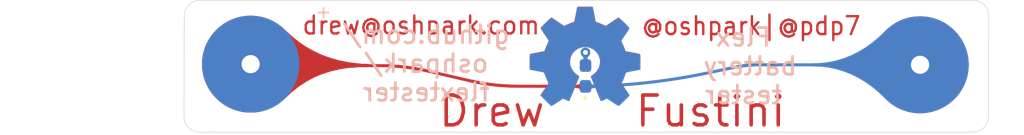
<source format=kicad_pcb>
(kicad_pcb (version 20171130) (host pcbnew 5.1.5-52549c5~84~ubuntu19.04.1)

  (general
    (thickness 1.6)
    (drawings 20)
    (tracks 75)
    (zones 0)
    (modules 6)
    (nets 4)
  )

  (page A4)
  (layers
    (0 F.Cu signal)
    (31 B.Cu signal)
    (32 B.Adhes user)
    (33 F.Adhes user)
    (34 B.Paste user)
    (35 F.Paste user)
    (36 B.SilkS user)
    (37 F.SilkS user)
    (38 B.Mask user)
    (39 F.Mask user)
    (40 Dwgs.User user)
    (41 Cmts.User user)
    (42 Eco1.User user)
    (43 Eco2.User user)
    (44 Edge.Cuts user)
    (45 Margin user)
    (46 B.CrtYd user)
    (47 F.CrtYd user)
    (48 B.Fab user)
    (49 F.Fab user)
  )

  (setup
    (last_trace_width 0.25)
    (trace_clearance 0.2)
    (zone_clearance 0.2)
    (zone_45_only no)
    (trace_min 0.2)
    (via_size 0.8)
    (via_drill 0.4)
    (via_min_size 0.4)
    (via_min_drill 0.3)
    (uvia_size 0.3)
    (uvia_drill 0.1)
    (uvias_allowed no)
    (uvia_min_size 0.2)
    (uvia_min_drill 0.1)
    (edge_width 0.05)
    (segment_width 0.2)
    (pcb_text_width 0.3)
    (pcb_text_size 1.5 1.5)
    (mod_edge_width 0.12)
    (mod_text_size 1 1)
    (mod_text_width 0.15)
    (pad_size 8.128 8.128)
    (pad_drill 1.524)
    (pad_to_mask_clearance 0.051)
    (solder_mask_min_width 0.25)
    (aux_axis_origin 0 0)
    (visible_elements FFFFFF7F)
    (pcbplotparams
      (layerselection 0x010fc_ffffffff)
      (usegerberextensions false)
      (usegerberattributes false)
      (usegerberadvancedattributes false)
      (creategerberjobfile false)
      (excludeedgelayer true)
      (linewidth 0.100000)
      (plotframeref false)
      (viasonmask false)
      (mode 1)
      (useauxorigin false)
      (hpglpennumber 1)
      (hpglpenspeed 20)
      (hpglpendiameter 15.000000)
      (psnegative false)
      (psa4output false)
      (plotreference true)
      (plotvalue true)
      (plotinvisibletext false)
      (padsonsilk false)
      (subtractmaskfromsilk false)
      (outputformat 1)
      (mirror false)
      (drillshape 1)
      (scaleselection 1)
      (outputdirectory ""))
  )

  (net 0 "")
  (net 1 GND)
  (net 2 +3V3)
  (net 3 "Net-(D1-Pad1)")

  (net_class Default "This is the default net class."
    (clearance 0.2)
    (trace_width 0.25)
    (via_dia 0.8)
    (via_drill 0.4)
    (uvia_dia 0.3)
    (uvia_drill 0.1)
    (add_net +3V3)
    (add_net GND)
    (add_net "Net-(D1-Pad1)")
  )

  (module Symbol:OSHW-Logo2_14.6x12mm_SilkScreen (layer F.Cu) (tedit 5E68EA85) (tstamp 5E48E758)
    (at 152.31364 96.33204)
    (descr "Open Source Hardware Symbol")
    (tags "Logo Symbol OSHW")
    (attr virtual)
    (fp_text reference REF** (at 0 0) (layer F.SilkS) hide
      (effects (font (size 1 1) (thickness 0.15)))
    )
    (fp_text value OSHW-Logo2_14.6x12mm_SilkScreen (at 0.75 0) (layer F.Fab) hide
      (effects (font (size 1 1) (thickness 0.15)))
    )
    (fp_poly (pts (xy 0.209014 -5.547002) (xy 0.367006 -5.546137) (xy 0.481347 -5.543795) (xy 0.559407 -5.539238)
      (xy 0.608554 -5.53173) (xy 0.636159 -5.520534) (xy 0.649592 -5.504912) (xy 0.656221 -5.484127)
      (xy 0.656865 -5.481437) (xy 0.666935 -5.432887) (xy 0.685575 -5.337095) (xy 0.710845 -5.204257)
      (xy 0.740807 -5.044569) (xy 0.773522 -4.868226) (xy 0.774664 -4.862033) (xy 0.807433 -4.689218)
      (xy 0.838093 -4.536531) (xy 0.864664 -4.413129) (xy 0.885167 -4.328169) (xy 0.897626 -4.29081)
      (xy 0.89822 -4.290148) (xy 0.934919 -4.271905) (xy 1.010586 -4.241503) (xy 1.108878 -4.205507)
      (xy 1.109425 -4.205315) (xy 1.233233 -4.158778) (xy 1.379196 -4.099496) (xy 1.516781 -4.039891)
      (xy 1.523293 -4.036944) (xy 1.74739 -3.935235) (xy 2.243619 -4.274103) (xy 2.395846 -4.377408)
      (xy 2.533741 -4.469763) (xy 2.649315 -4.545916) (xy 2.734579 -4.600615) (xy 2.781544 -4.628607)
      (xy 2.786004 -4.630683) (xy 2.820134 -4.62144) (xy 2.883881 -4.576844) (xy 2.979731 -4.494791)
      (xy 3.110169 -4.373179) (xy 3.243328 -4.243795) (xy 3.371694 -4.116298) (xy 3.486581 -3.999954)
      (xy 3.581073 -3.901948) (xy 3.648253 -3.829464) (xy 3.681206 -3.789687) (xy 3.682432 -3.787639)
      (xy 3.686074 -3.760344) (xy 3.67235 -3.715766) (xy 3.637869 -3.647888) (xy 3.579239 -3.550689)
      (xy 3.49307 -3.418149) (xy 3.3782 -3.247524) (xy 3.276254 -3.097345) (xy 3.185123 -2.96265)
      (xy 3.110073 -2.85126) (xy 3.056369 -2.770995) (xy 3.02928 -2.729675) (xy 3.027574 -2.72687)
      (xy 3.030882 -2.687279) (xy 3.055953 -2.610331) (xy 3.097798 -2.510568) (xy 3.112712 -2.478709)
      (xy 3.177786 -2.336774) (xy 3.247212 -2.175727) (xy 3.303609 -2.036379) (xy 3.344247 -1.932956)
      (xy 3.376526 -1.854358) (xy 3.395178 -1.81328) (xy 3.397497 -1.810115) (xy 3.431803 -1.804872)
      (xy 3.512669 -1.790506) (xy 3.629343 -1.769063) (xy 3.771075 -1.742587) (xy 3.92711 -1.713123)
      (xy 4.086698 -1.682717) (xy 4.239085 -1.653412) (xy 4.373521 -1.627255) (xy 4.479252 -1.60629)
      (xy 4.545526 -1.592561) (xy 4.561782 -1.58868) (xy 4.578573 -1.5791) (xy 4.591249 -1.557464)
      (xy 4.600378 -1.516469) (xy 4.606531 -1.448811) (xy 4.61028 -1.347188) (xy 4.612192 -1.204297)
      (xy 4.61284 -1.012835) (xy 4.612874 -0.934355) (xy 4.612874 -0.296094) (xy 4.459598 -0.26584)
      (xy 4.374322 -0.249436) (xy 4.24707 -0.225491) (xy 4.093315 -0.196893) (xy 3.928534 -0.166533)
      (xy 3.882989 -0.158194) (xy 3.730932 -0.12863) (xy 3.598468 -0.099558) (xy 3.496714 -0.073671)
      (xy 3.436788 -0.053663) (xy 3.426805 -0.047699) (xy 3.402293 -0.005466) (xy 3.367148 0.07637)
      (xy 3.328173 0.181683) (xy 3.320442 0.204368) (xy 3.26936 0.345018) (xy 3.205954 0.503714)
      (xy 3.143904 0.646225) (xy 3.143598 0.646886) (xy 3.040267 0.87044) (xy 3.719961 1.870232)
      (xy 3.283621 2.3073) (xy 3.151649 2.437381) (xy 3.031279 2.552048) (xy 2.929273 2.645181)
      (xy 2.852391 2.710658) (xy 2.807393 2.742357) (xy 2.800938 2.744368) (xy 2.76304 2.728529)
      (xy 2.685708 2.684496) (xy 2.577389 2.61749) (xy 2.446532 2.532734) (xy 2.305052 2.437816)
      (xy 2.161461 2.340998) (xy 2.033435 2.256751) (xy 1.929105 2.190258) (xy 1.8566 2.146702)
      (xy 1.824158 2.131264) (xy 1.784576 2.144328) (xy 1.709519 2.17875) (xy 1.614468 2.22738)
      (xy 1.604392 2.232785) (xy 1.476391 2.29698) (xy 1.388618 2.328463) (xy 1.334028 2.328798)
      (xy 1.305575 2.299548) (xy 1.30541 2.299138) (xy 1.291188 2.264498) (xy 1.257269 2.182269)
      (xy 1.206284 2.058814) (xy 1.140862 1.900498) (xy 1.063634 1.713686) (xy 0.977229 1.504742)
      (xy 0.893551 1.302446) (xy 0.801588 1.0792) (xy 0.71715 0.872392) (xy 0.642769 0.688362)
      (xy 0.580974 0.533451) (xy 0.534297 0.413996) (xy 0.505268 0.336339) (xy 0.496322 0.307356)
      (xy 0.518756 0.27411) (xy 0.577439 0.221123) (xy 0.655689 0.162704) (xy 0.878534 -0.022048)
      (xy 1.052718 -0.233818) (xy 1.176154 -0.468144) (xy 1.246754 -0.720566) (xy 1.262431 -0.986623)
      (xy 1.251036 -1.109425) (xy 1.18895 -1.364207) (xy 1.082023 -1.589199) (xy 0.936889 -1.782183)
      (xy 0.760178 -1.940939) (xy 0.558522 -2.06325) (xy 0.338554 -2.146895) (xy 0.106906 -2.189656)
      (xy -0.129791 -2.189313) (xy -0.364905 -2.143648) (xy -0.591804 -2.050441) (xy -0.803856 -1.907473)
      (xy -0.892364 -1.826617) (xy -1.062111 -1.618993) (xy -1.180301 -1.392105) (xy -1.247722 -1.152567)
      (xy -1.26516 -0.906993) (xy -1.233402 -0.661997) (xy -1.153235 -0.424192) (xy -1.025445 -0.200193)
      (xy -0.85082 0.003387) (xy -0.655688 0.162704) (xy -0.574409 0.223602) (xy -0.516991 0.276015)
      (xy -0.496322 0.307406) (xy -0.507144 0.341639) (xy -0.537923 0.423419) (xy -0.586126 0.546407)
      (xy -0.649222 0.704263) (xy -0.724678 0.890649) (xy -0.809962 1.099226) (xy -0.893781 1.302496)
      (xy -0.986255 1.525933) (xy -1.071911 1.732984) (xy -1.148118 1.917286) (xy -1.212247 2.072475)
      (xy -1.261668 2.192188) (xy -1.293752 2.270061) (xy -1.305641 2.299138) (xy -1.333726 2.328677)
      (xy -1.388051 2.328591) (xy -1.475605 2.297326) (xy -1.603381 2.233329) (xy -1.604392 2.232785)
      (xy -1.700598 2.183121) (xy -1.778369 2.146945) (xy -1.822223 2.131408) (xy -1.824158 2.131264)
      (xy -1.857171 2.147024) (xy -1.930054 2.19085) (xy -2.034678 2.257557) (xy -2.16291 2.341964)
      (xy -2.305052 2.437816) (xy -2.449767 2.534867) (xy -2.580196 2.61927) (xy -2.68789 2.685801)
      (xy -2.764402 2.729238) (xy -2.800938 2.744368) (xy -2.834582 2.724482) (xy -2.902224 2.668903)
      (xy -2.997107 2.583754) (xy -3.11247 2.475153) (xy -3.241555 2.349221) (xy -3.283771 2.307149)
      (xy -3.720261 1.869931) (xy -3.388023 1.38234) (xy -3.287054 1.232605) (xy -3.198438 1.09822)
      (xy -3.127146 0.986969) (xy -3.07815 0.906639) (xy -3.056422 0.865014) (xy -3.055785 0.862053)
      (xy -3.06724 0.822818) (xy -3.098051 0.743895) (xy -3.142884 0.638509) (xy -3.174353 0.567954)
      (xy -3.233192 0.432876) (xy -3.288604 0.296409) (xy -3.331564 0.181103) (xy -3.343234 0.145977)
      (xy -3.376389 0.052174) (xy -3.408799 -0.020306) (xy -3.426601 -0.047699) (xy -3.465886 -0.064464)
      (xy -3.551626 -0.08823) (xy -3.672697 -0.116303) (xy -3.817973 -0.145991) (xy -3.882988 -0.158194)
      (xy -4.048087 -0.188532) (xy -4.206448 -0.217907) (xy -4.342596 -0.243431) (xy -4.441057 -0.262215)
      (xy -4.459598 -0.26584) (xy -4.612873 -0.296094) (xy -4.612873 -0.934355) (xy -4.612529 -1.14423)
      (xy -4.611116 -1.30302) (xy -4.608064 -1.418027) (xy -4.602803 -1.496554) (xy -4.594763 -1.545904)
      (xy -4.583373 -1.573381) (xy -4.568063 -1.586287) (xy -4.561782 -1.58868) (xy -4.523896 -1.597167)
      (xy -4.440195 -1.6141) (xy -4.321433 -1.637434) (xy -4.178361 -1.665125) (xy -4.021732 -1.695127)
      (xy -3.862297 -1.725396) (xy -3.710809 -1.753885) (xy -3.578019 -1.778551) (xy -3.474681 -1.797349)
      (xy -3.411545 -1.808233) (xy -3.397497 -1.810115) (xy -3.38477 -1.835296) (xy -3.3566 -1.902378)
      (xy -3.318252 -1.998667) (xy -3.303609 -2.036379) (xy -3.244548 -2.182079) (xy -3.175 -2.343049)
      (xy -3.112712 -2.478709) (xy -3.066879 -2.582439) (xy -3.036387 -2.667674) (xy -3.026208 -2.719874)
      (xy -3.027831 -2.72687) (xy -3.049343 -2.759898) (xy -3.098465 -2.833357) (xy -3.169923 -2.939423)
      (xy -3.258445 -3.070274) (xy -3.358759 -3.218088) (xy -3.378594 -3.247266) (xy -3.494988 -3.420137)
      (xy -3.580548 -3.551774) (xy -3.638684 -3.648239) (xy -3.672808 -3.715592) (xy -3.686331 -3.759894)
      (xy -3.682664 -3.787206) (xy -3.68257 -3.78738) (xy -3.653707 -3.823254) (xy -3.589867 -3.892609)
      (xy -3.497969 -3.988255) (xy -3.384933 -4.103001) (xy -3.257679 -4.229659) (xy -3.243328 -4.243795)
      (xy -3.082957 -4.399097) (xy -2.959195 -4.51313) (xy -2.869555 -4.587998) (xy -2.811552 -4.625804)
      (xy -2.786004 -4.630683) (xy -2.748718 -4.609397) (xy -2.671343 -4.560227) (xy -2.561867 -4.488425)
      (xy -2.42828 -4.399245) (xy -2.27857 -4.297937) (xy -2.243618 -4.274103) (xy -1.74739 -3.935235)
      (xy -1.523293 -4.036944) (xy -1.387011 -4.096217) (xy -1.240724 -4.15583) (xy -1.114965 -4.20336)
      (xy -1.109425 -4.205315) (xy -1.011057 -4.241323) (xy -0.935229 -4.271771) (xy -0.898282 -4.290095)
      (xy -0.89822 -4.290148) (xy -0.886496 -4.323271) (xy -0.866568 -4.404733) (xy -0.840413 -4.525375)
      (xy -0.81001 -4.676041) (xy -0.777337 -4.847572) (xy -0.774664 -4.862033) (xy -0.74189 -5.038765)
      (xy -0.711802 -5.19919) (xy -0.686339 -5.333112) (xy -0.667441 -5.430337) (xy -0.657047 -5.480668)
      (xy -0.656865 -5.481437) (xy -0.650539 -5.502847) (xy -0.638239 -5.519012) (xy -0.612594 -5.530669)
      (xy -0.566235 -5.538555) (xy -0.491792 -5.543407) (xy -0.381895 -5.545961) (xy -0.229175 -5.546955)
      (xy -0.026262 -5.547126) (xy 0 -5.547126) (xy 0.209014 -5.547002)) (layer F.Mask) (width 0.01))
    (fp_poly (pts (xy 0.198509 -5.562803) (xy 0.356501 -5.561938) (xy 0.470842 -5.559596) (xy 0.548902 -5.555039)
      (xy 0.598049 -5.547531) (xy 0.625654 -5.536335) (xy 0.639087 -5.520713) (xy 0.645716 -5.499928)
      (xy 0.64636 -5.497238) (xy 0.65643 -5.448688) (xy 0.67507 -5.352896) (xy 0.70034 -5.220058)
      (xy 0.730302 -5.06037) (xy 0.763017 -4.884027) (xy 0.764159 -4.877834) (xy 0.796928 -4.705019)
      (xy 0.827588 -4.552332) (xy 0.854159 -4.42893) (xy 0.874662 -4.34397) (xy 0.887121 -4.306611)
      (xy 0.887715 -4.305949) (xy 0.924414 -4.287706) (xy 1.000081 -4.257304) (xy 1.098373 -4.221308)
      (xy 1.09892 -4.221116) (xy 1.222728 -4.174579) (xy 1.368691 -4.115297) (xy 1.506276 -4.055692)
      (xy 1.512788 -4.052745) (xy 1.736885 -3.951036) (xy 2.233114 -4.289904) (xy 2.385341 -4.393209)
      (xy 2.523236 -4.485564) (xy 2.63881 -4.561717) (xy 2.724074 -4.616416) (xy 2.771039 -4.644408)
      (xy 2.775499 -4.646484) (xy 2.809629 -4.637241) (xy 2.873376 -4.592645) (xy 2.969226 -4.510592)
      (xy 3.099664 -4.38898) (xy 3.232823 -4.259596) (xy 3.361189 -4.132099) (xy 3.476076 -4.015755)
      (xy 3.570568 -3.917749) (xy 3.637748 -3.845265) (xy 3.670701 -3.805488) (xy 3.671927 -3.80344)
      (xy 3.675569 -3.776145) (xy 3.661845 -3.731567) (xy 3.627364 -3.663689) (xy 3.568734 -3.56649)
      (xy 3.482565 -3.43395) (xy 3.367695 -3.263325) (xy 3.265749 -3.113146) (xy 3.174618 -2.978451)
      (xy 3.099568 -2.867061) (xy 3.045864 -2.786796) (xy 3.018775 -2.745476) (xy 3.017069 -2.742671)
      (xy 3.020377 -2.70308) (xy 3.045448 -2.626132) (xy 3.087293 -2.526369) (xy 3.102207 -2.49451)
      (xy 3.167281 -2.352575) (xy 3.236707 -2.191528) (xy 3.293104 -2.05218) (xy 3.333742 -1.948757)
      (xy 3.366021 -1.870159) (xy 3.384673 -1.829081) (xy 3.386992 -1.825916) (xy 3.421298 -1.820673)
      (xy 3.502164 -1.806307) (xy 3.618838 -1.784864) (xy 3.76057 -1.758388) (xy 3.916605 -1.728924)
      (xy 4.076193 -1.698518) (xy 4.22858 -1.669213) (xy 4.363016 -1.643056) (xy 4.468747 -1.622091)
      (xy 4.535021 -1.608362) (xy 4.551277 -1.604481) (xy 4.568068 -1.594901) (xy 4.580744 -1.573265)
      (xy 4.589873 -1.53227) (xy 4.596026 -1.464612) (xy 4.599775 -1.362989) (xy 4.601687 -1.220098)
      (xy 4.602335 -1.028636) (xy 4.602369 -0.950156) (xy 4.602369 -0.311895) (xy 4.449093 -0.281641)
      (xy 4.363817 -0.265237) (xy 4.236565 -0.241292) (xy 4.08281 -0.212694) (xy 3.918029 -0.182334)
      (xy 3.872484 -0.173995) (xy 3.720427 -0.144431) (xy 3.587963 -0.115359) (xy 3.486209 -0.089472)
      (xy 3.426283 -0.069464) (xy 3.4163 -0.0635) (xy 3.391788 -0.021267) (xy 3.356643 0.060569)
      (xy 3.317668 0.165882) (xy 3.309937 0.188567) (xy 3.258855 0.329217) (xy 3.195449 0.487913)
      (xy 3.133399 0.630424) (xy 3.133093 0.631085) (xy 3.029762 0.854639) (xy 3.709456 1.854431)
      (xy 3.273116 2.291499) (xy 3.141144 2.42158) (xy 3.020774 2.536247) (xy 2.918768 2.62938)
      (xy 2.841886 2.694857) (xy 2.796888 2.726556) (xy 2.790433 2.728567) (xy 2.752535 2.712728)
      (xy 2.675203 2.668695) (xy 2.566884 2.601689) (xy 2.436027 2.516933) (xy 2.294547 2.422015)
      (xy 2.150956 2.325197) (xy 2.02293 2.24095) (xy 1.9186 2.174457) (xy 1.846095 2.130901)
      (xy 1.813653 2.115463) (xy 1.774071 2.128527) (xy 1.699014 2.162949) (xy 1.603963 2.211579)
      (xy 1.593887 2.216984) (xy 1.465886 2.281179) (xy 1.378113 2.312662) (xy 1.323523 2.312997)
      (xy 1.29507 2.283747) (xy 1.294905 2.283337) (xy 1.280683 2.248697) (xy 1.246764 2.166468)
      (xy 1.195779 2.043013) (xy 1.130357 1.884697) (xy 1.053129 1.697885) (xy 0.966724 1.488941)
      (xy 0.883046 1.286645) (xy 0.791083 1.063399) (xy 0.706645 0.856591) (xy 0.632264 0.672561)
      (xy 0.570469 0.51765) (xy 0.523792 0.398195) (xy 0.494763 0.320538) (xy 0.485817 0.291555)
      (xy 0.508251 0.258309) (xy 0.566934 0.205322) (xy 0.645184 0.146903) (xy 0.868029 -0.037849)
      (xy 1.042213 -0.249619) (xy 1.165649 -0.483945) (xy 1.236249 -0.736367) (xy 1.251926 -1.002424)
      (xy 1.240531 -1.125226) (xy 1.178445 -1.380008) (xy 1.071518 -1.605) (xy 0.926384 -1.797984)
      (xy 0.749673 -1.95674) (xy 0.548017 -2.079051) (xy 0.328049 -2.162696) (xy 0.096401 -2.205457)
      (xy -0.140296 -2.205114) (xy -0.37541 -2.159449) (xy -0.602309 -2.066242) (xy -0.814361 -1.923274)
      (xy -0.902869 -1.842418) (xy -1.072616 -1.634794) (xy -1.190806 -1.407906) (xy -1.258227 -1.168368)
      (xy -1.275665 -0.922794) (xy -1.243907 -0.677798) (xy -1.16374 -0.439993) (xy -1.03595 -0.215994)
      (xy -0.861325 -0.012414) (xy -0.666193 0.146903) (xy -0.584914 0.207801) (xy -0.527496 0.260214)
      (xy -0.506827 0.291605) (xy -0.517649 0.325838) (xy -0.548428 0.407618) (xy -0.596631 0.530606)
      (xy -0.659727 0.688462) (xy -0.735183 0.874848) (xy -0.820467 1.083425) (xy -0.904286 1.286695)
      (xy -0.99676 1.510132) (xy -1.082416 1.717183) (xy -1.158623 1.901485) (xy -1.222752 2.056674)
      (xy -1.272173 2.176387) (xy -1.304257 2.25426) (xy -1.316146 2.283337) (xy -1.344231 2.312876)
      (xy -1.398556 2.31279) (xy -1.48611 2.281525) (xy -1.613886 2.217528) (xy -1.614897 2.216984)
      (xy -1.711103 2.16732) (xy -1.788874 2.131144) (xy -1.832728 2.115607) (xy -1.834663 2.115463)
      (xy -1.867676 2.131223) (xy -1.940559 2.175049) (xy -2.045183 2.241756) (xy -2.173415 2.326163)
      (xy -2.315557 2.422015) (xy -2.460272 2.519066) (xy -2.590701 2.603469) (xy -2.698395 2.67)
      (xy -2.774907 2.713437) (xy -2.811443 2.728567) (xy -2.845087 2.708681) (xy -2.912729 2.653102)
      (xy -3.007612 2.567953) (xy -3.122975 2.459352) (xy -3.25206 2.33342) (xy -3.294276 2.291348)
      (xy -3.730766 1.85413) (xy -3.398528 1.366539) (xy -3.297559 1.216804) (xy -3.208943 1.082419)
      (xy -3.137651 0.971168) (xy -3.088655 0.890838) (xy -3.066927 0.849213) (xy -3.06629 0.846252)
      (xy -3.077745 0.807017) (xy -3.108556 0.728094) (xy -3.153389 0.622708) (xy -3.184858 0.552153)
      (xy -3.243697 0.417075) (xy -3.299109 0.280608) (xy -3.342069 0.165302) (xy -3.353739 0.130176)
      (xy -3.386894 0.036373) (xy -3.419304 -0.036107) (xy -3.437106 -0.0635) (xy -3.476391 -0.080265)
      (xy -3.562131 -0.104031) (xy -3.683202 -0.132104) (xy -3.828478 -0.161792) (xy -3.893493 -0.173995)
      (xy -4.058592 -0.204333) (xy -4.216953 -0.233708) (xy -4.353101 -0.259232) (xy -4.451562 -0.278016)
      (xy -4.470103 -0.281641) (xy -4.623378 -0.311895) (xy -4.623378 -0.950156) (xy -4.623034 -1.160031)
      (xy -4.621621 -1.318821) (xy -4.618569 -1.433828) (xy -4.613308 -1.512355) (xy -4.605268 -1.561705)
      (xy -4.593878 -1.589182) (xy -4.578568 -1.602088) (xy -4.572287 -1.604481) (xy -4.534401 -1.612968)
      (xy -4.4507 -1.629901) (xy -4.331938 -1.653235) (xy -4.188866 -1.680926) (xy -4.032237 -1.710928)
      (xy -3.872802 -1.741197) (xy -3.721314 -1.769686) (xy -3.588524 -1.794352) (xy -3.485186 -1.81315)
      (xy -3.42205 -1.824034) (xy -3.408002 -1.825916) (xy -3.395275 -1.851097) (xy -3.367105 -1.918179)
      (xy -3.328757 -2.014468) (xy -3.314114 -2.05218) (xy -3.255053 -2.19788) (xy -3.185505 -2.35885)
      (xy -3.123217 -2.49451) (xy -3.077384 -2.59824) (xy -3.046892 -2.683475) (xy -3.036713 -2.735675)
      (xy -3.038336 -2.742671) (xy -3.059848 -2.775699) (xy -3.10897 -2.849158) (xy -3.180428 -2.955224)
      (xy -3.26895 -3.086075) (xy -3.369264 -3.233889) (xy -3.389099 -3.263067) (xy -3.505493 -3.435938)
      (xy -3.591053 -3.567575) (xy -3.649189 -3.66404) (xy -3.683313 -3.731393) (xy -3.696836 -3.775695)
      (xy -3.693169 -3.803007) (xy -3.693075 -3.803181) (xy -3.664212 -3.839055) (xy -3.600372 -3.90841)
      (xy -3.508474 -4.004056) (xy -3.395438 -4.118802) (xy -3.268184 -4.24546) (xy -3.253833 -4.259596)
      (xy -3.093462 -4.414898) (xy -2.9697 -4.528931) (xy -2.88006 -4.603799) (xy -2.822057 -4.641605)
      (xy -2.796509 -4.646484) (xy -2.759223 -4.625198) (xy -2.681848 -4.576028) (xy -2.572372 -4.504226)
      (xy -2.438785 -4.415046) (xy -2.289075 -4.313738) (xy -2.254123 -4.289904) (xy -1.757895 -3.951036)
      (xy -1.533798 -4.052745) (xy -1.397516 -4.112018) (xy -1.251229 -4.171631) (xy -1.12547 -4.219161)
      (xy -1.11993 -4.221116) (xy -1.021562 -4.257124) (xy -0.945734 -4.287572) (xy -0.908787 -4.305896)
      (xy -0.908725 -4.305949) (xy -0.897001 -4.339072) (xy -0.877073 -4.420534) (xy -0.850918 -4.541176)
      (xy -0.820515 -4.691842) (xy -0.787842 -4.863373) (xy -0.785169 -4.877834) (xy -0.752395 -5.054566)
      (xy -0.722307 -5.214991) (xy -0.696844 -5.348913) (xy -0.677946 -5.446138) (xy -0.667552 -5.496469)
      (xy -0.66737 -5.497238) (xy -0.661044 -5.518648) (xy -0.648744 -5.534813) (xy -0.623099 -5.54647)
      (xy -0.57674 -5.554356) (xy -0.502297 -5.559208) (xy -0.3924 -5.561762) (xy -0.23968 -5.562756)
      (xy -0.036767 -5.562927) (xy -0.010505 -5.562927) (xy 0.198509 -5.562803)) (layer F.Cu) (width 0.01))
  )

  (module Symbol:OSHW-Logo2_14.6x12mm_SilkScreen (layer B.Cu) (tedit 5E68E6D8) (tstamp 5E490121)
    (at 152.3111 96.34474 180)
    (descr "Open Source Hardware Symbol")
    (tags "Logo Symbol OSHW")
    (attr virtual)
    (fp_text reference REF** (at 0 0) (layer B.SilkS) hide
      (effects (font (size 1 1) (thickness 0.15)) (justify mirror))
    )
    (fp_text value OSHW-Logo2_14.6x12mm_SilkScreen (at 0.75 0) (layer B.Fab) hide
      (effects (font (size 1 1) (thickness 0.15)) (justify mirror))
    )
    (fp_poly (pts (xy 0.209014 5.547002) (xy 0.367006 5.546137) (xy 0.481347 5.543795) (xy 0.559407 5.539238)
      (xy 0.608554 5.53173) (xy 0.636159 5.520534) (xy 0.649592 5.504912) (xy 0.656221 5.484127)
      (xy 0.656865 5.481437) (xy 0.666935 5.432887) (xy 0.685575 5.337095) (xy 0.710845 5.204257)
      (xy 0.740807 5.044569) (xy 0.773522 4.868226) (xy 0.774664 4.862033) (xy 0.807433 4.689218)
      (xy 0.838093 4.536531) (xy 0.864664 4.413129) (xy 0.885167 4.328169) (xy 0.897626 4.29081)
      (xy 0.89822 4.290148) (xy 0.934919 4.271905) (xy 1.010586 4.241503) (xy 1.108878 4.205507)
      (xy 1.109425 4.205315) (xy 1.233233 4.158778) (xy 1.379196 4.099496) (xy 1.516781 4.039891)
      (xy 1.523293 4.036944) (xy 1.74739 3.935235) (xy 2.243619 4.274103) (xy 2.395846 4.377408)
      (xy 2.533741 4.469763) (xy 2.649315 4.545916) (xy 2.734579 4.600615) (xy 2.781544 4.628607)
      (xy 2.786004 4.630683) (xy 2.820134 4.62144) (xy 2.883881 4.576844) (xy 2.979731 4.494791)
      (xy 3.110169 4.373179) (xy 3.243328 4.243795) (xy 3.371694 4.116298) (xy 3.486581 3.999954)
      (xy 3.581073 3.901948) (xy 3.648253 3.829464) (xy 3.681206 3.789687) (xy 3.682432 3.787639)
      (xy 3.686074 3.760344) (xy 3.67235 3.715766) (xy 3.637869 3.647888) (xy 3.579239 3.550689)
      (xy 3.49307 3.418149) (xy 3.3782 3.247524) (xy 3.276254 3.097345) (xy 3.185123 2.96265)
      (xy 3.110073 2.85126) (xy 3.056369 2.770995) (xy 3.02928 2.729675) (xy 3.027574 2.72687)
      (xy 3.030882 2.687279) (xy 3.055953 2.610331) (xy 3.097798 2.510568) (xy 3.112712 2.478709)
      (xy 3.177786 2.336774) (xy 3.247212 2.175727) (xy 3.303609 2.036379) (xy 3.344247 1.932956)
      (xy 3.376526 1.854358) (xy 3.395178 1.81328) (xy 3.397497 1.810115) (xy 3.431803 1.804872)
      (xy 3.512669 1.790506) (xy 3.629343 1.769063) (xy 3.771075 1.742587) (xy 3.92711 1.713123)
      (xy 4.086698 1.682717) (xy 4.239085 1.653412) (xy 4.373521 1.627255) (xy 4.479252 1.60629)
      (xy 4.545526 1.592561) (xy 4.561782 1.58868) (xy 4.578573 1.5791) (xy 4.591249 1.557464)
      (xy 4.600378 1.516469) (xy 4.606531 1.448811) (xy 4.61028 1.347188) (xy 4.612192 1.204297)
      (xy 4.61284 1.012835) (xy 4.612874 0.934355) (xy 4.612874 0.296094) (xy 4.459598 0.26584)
      (xy 4.374322 0.249436) (xy 4.24707 0.225491) (xy 4.093315 0.196893) (xy 3.928534 0.166533)
      (xy 3.882989 0.158194) (xy 3.730932 0.12863) (xy 3.598468 0.099558) (xy 3.496714 0.073671)
      (xy 3.436788 0.053663) (xy 3.426805 0.047699) (xy 3.402293 0.005466) (xy 3.367148 -0.07637)
      (xy 3.328173 -0.181683) (xy 3.320442 -0.204368) (xy 3.26936 -0.345018) (xy 3.205954 -0.503714)
      (xy 3.143904 -0.646225) (xy 3.143598 -0.646886) (xy 3.040267 -0.87044) (xy 3.719961 -1.870232)
      (xy 3.283621 -2.3073) (xy 3.151649 -2.437381) (xy 3.031279 -2.552048) (xy 2.929273 -2.645181)
      (xy 2.852391 -2.710658) (xy 2.807393 -2.742357) (xy 2.800938 -2.744368) (xy 2.76304 -2.728529)
      (xy 2.685708 -2.684496) (xy 2.577389 -2.61749) (xy 2.446532 -2.532734) (xy 2.305052 -2.437816)
      (xy 2.161461 -2.340998) (xy 2.033435 -2.256751) (xy 1.929105 -2.190258) (xy 1.8566 -2.146702)
      (xy 1.824158 -2.131264) (xy 1.784576 -2.144328) (xy 1.709519 -2.17875) (xy 1.614468 -2.22738)
      (xy 1.604392 -2.232785) (xy 1.476391 -2.29698) (xy 1.388618 -2.328463) (xy 1.334028 -2.328798)
      (xy 1.305575 -2.299548) (xy 1.30541 -2.299138) (xy 1.291188 -2.264498) (xy 1.257269 -2.182269)
      (xy 1.206284 -2.058814) (xy 1.140862 -1.900498) (xy 1.063634 -1.713686) (xy 0.977229 -1.504742)
      (xy 0.893551 -1.302446) (xy 0.801588 -1.0792) (xy 0.71715 -0.872392) (xy 0.642769 -0.688362)
      (xy 0.580974 -0.533451) (xy 0.534297 -0.413996) (xy 0.505268 -0.336339) (xy 0.496322 -0.307356)
      (xy 0.518756 -0.27411) (xy 0.577439 -0.221123) (xy 0.655689 -0.162704) (xy 0.878534 0.022048)
      (xy 1.052718 0.233818) (xy 1.176154 0.468144) (xy 1.246754 0.720566) (xy 1.262431 0.986623)
      (xy 1.251036 1.109425) (xy 1.18895 1.364207) (xy 1.082023 1.589199) (xy 0.936889 1.782183)
      (xy 0.760178 1.940939) (xy 0.558522 2.06325) (xy 0.338554 2.146895) (xy 0.106906 2.189656)
      (xy -0.129791 2.189313) (xy -0.364905 2.143648) (xy -0.591804 2.050441) (xy -0.803856 1.907473)
      (xy -0.892364 1.826617) (xy -1.062111 1.618993) (xy -1.180301 1.392105) (xy -1.247722 1.152567)
      (xy -1.26516 0.906993) (xy -1.233402 0.661997) (xy -1.153235 0.424192) (xy -1.025445 0.200193)
      (xy -0.85082 -0.003387) (xy -0.655688 -0.162704) (xy -0.574409 -0.223602) (xy -0.516991 -0.276015)
      (xy -0.496322 -0.307406) (xy -0.507144 -0.341639) (xy -0.537923 -0.423419) (xy -0.586126 -0.546407)
      (xy -0.649222 -0.704263) (xy -0.724678 -0.890649) (xy -0.809962 -1.099226) (xy -0.893781 -1.302496)
      (xy -0.986255 -1.525933) (xy -1.071911 -1.732984) (xy -1.148118 -1.917286) (xy -1.212247 -2.072475)
      (xy -1.261668 -2.192188) (xy -1.293752 -2.270061) (xy -1.305641 -2.299138) (xy -1.333726 -2.328677)
      (xy -1.388051 -2.328591) (xy -1.475605 -2.297326) (xy -1.603381 -2.233329) (xy -1.604392 -2.232785)
      (xy -1.700598 -2.183121) (xy -1.778369 -2.146945) (xy -1.822223 -2.131408) (xy -1.824158 -2.131264)
      (xy -1.857171 -2.147024) (xy -1.930054 -2.19085) (xy -2.034678 -2.257557) (xy -2.16291 -2.341964)
      (xy -2.305052 -2.437816) (xy -2.449767 -2.534867) (xy -2.580196 -2.61927) (xy -2.68789 -2.685801)
      (xy -2.764402 -2.729238) (xy -2.800938 -2.744368) (xy -2.834582 -2.724482) (xy -2.902224 -2.668903)
      (xy -2.997107 -2.583754) (xy -3.11247 -2.475153) (xy -3.241555 -2.349221) (xy -3.283771 -2.307149)
      (xy -3.720261 -1.869931) (xy -3.388023 -1.38234) (xy -3.287054 -1.232605) (xy -3.198438 -1.09822)
      (xy -3.127146 -0.986969) (xy -3.07815 -0.906639) (xy -3.056422 -0.865014) (xy -3.055785 -0.862053)
      (xy -3.06724 -0.822818) (xy -3.098051 -0.743895) (xy -3.142884 -0.638509) (xy -3.174353 -0.567954)
      (xy -3.233192 -0.432876) (xy -3.288604 -0.296409) (xy -3.331564 -0.181103) (xy -3.343234 -0.145977)
      (xy -3.376389 -0.052174) (xy -3.408799 0.020306) (xy -3.426601 0.047699) (xy -3.465886 0.064464)
      (xy -3.551626 0.08823) (xy -3.672697 0.116303) (xy -3.817973 0.145991) (xy -3.882988 0.158194)
      (xy -4.048087 0.188532) (xy -4.206448 0.217907) (xy -4.342596 0.243431) (xy -4.441057 0.262215)
      (xy -4.459598 0.26584) (xy -4.612873 0.296094) (xy -4.612873 0.934355) (xy -4.612529 1.14423)
      (xy -4.611116 1.30302) (xy -4.608064 1.418027) (xy -4.602803 1.496554) (xy -4.594763 1.545904)
      (xy -4.583373 1.573381) (xy -4.568063 1.586287) (xy -4.561782 1.58868) (xy -4.523896 1.597167)
      (xy -4.440195 1.6141) (xy -4.321433 1.637434) (xy -4.178361 1.665125) (xy -4.021732 1.695127)
      (xy -3.862297 1.725396) (xy -3.710809 1.753885) (xy -3.578019 1.778551) (xy -3.474681 1.797349)
      (xy -3.411545 1.808233) (xy -3.397497 1.810115) (xy -3.38477 1.835296) (xy -3.3566 1.902378)
      (xy -3.318252 1.998667) (xy -3.303609 2.036379) (xy -3.244548 2.182079) (xy -3.175 2.343049)
      (xy -3.112712 2.478709) (xy -3.066879 2.582439) (xy -3.036387 2.667674) (xy -3.026208 2.719874)
      (xy -3.027831 2.72687) (xy -3.049343 2.759898) (xy -3.098465 2.833357) (xy -3.169923 2.939423)
      (xy -3.258445 3.070274) (xy -3.358759 3.218088) (xy -3.378594 3.247266) (xy -3.494988 3.420137)
      (xy -3.580548 3.551774) (xy -3.638684 3.648239) (xy -3.672808 3.715592) (xy -3.686331 3.759894)
      (xy -3.682664 3.787206) (xy -3.68257 3.78738) (xy -3.653707 3.823254) (xy -3.589867 3.892609)
      (xy -3.497969 3.988255) (xy -3.384933 4.103001) (xy -3.257679 4.229659) (xy -3.243328 4.243795)
      (xy -3.082957 4.399097) (xy -2.959195 4.51313) (xy -2.869555 4.587998) (xy -2.811552 4.625804)
      (xy -2.786004 4.630683) (xy -2.748718 4.609397) (xy -2.671343 4.560227) (xy -2.561867 4.488425)
      (xy -2.42828 4.399245) (xy -2.27857 4.297937) (xy -2.243618 4.274103) (xy -1.74739 3.935235)
      (xy -1.523293 4.036944) (xy -1.387011 4.096217) (xy -1.240724 4.15583) (xy -1.114965 4.20336)
      (xy -1.109425 4.205315) (xy -1.011057 4.241323) (xy -0.935229 4.271771) (xy -0.898282 4.290095)
      (xy -0.89822 4.290148) (xy -0.886496 4.323271) (xy -0.866568 4.404733) (xy -0.840413 4.525375)
      (xy -0.81001 4.676041) (xy -0.777337 4.847572) (xy -0.774664 4.862033) (xy -0.74189 5.038765)
      (xy -0.711802 5.19919) (xy -0.686339 5.333112) (xy -0.667441 5.430337) (xy -0.657047 5.480668)
      (xy -0.656865 5.481437) (xy -0.650539 5.502847) (xy -0.638239 5.519012) (xy -0.612594 5.530669)
      (xy -0.566235 5.538555) (xy -0.491792 5.543407) (xy -0.381895 5.545961) (xy -0.229175 5.546955)
      (xy -0.026262 5.547126) (xy 0 5.547126) (xy 0.209014 5.547002)) (layer B.Mask) (width 0.01))
    (fp_poly (pts (xy 0.209014 5.547002) (xy 0.367006 5.546137) (xy 0.481347 5.543795) (xy 0.559407 5.539238)
      (xy 0.608554 5.53173) (xy 0.636159 5.520534) (xy 0.649592 5.504912) (xy 0.656221 5.484127)
      (xy 0.656865 5.481437) (xy 0.666935 5.432887) (xy 0.685575 5.337095) (xy 0.710845 5.204257)
      (xy 0.740807 5.044569) (xy 0.773522 4.868226) (xy 0.774664 4.862033) (xy 0.807433 4.689218)
      (xy 0.838093 4.536531) (xy 0.864664 4.413129) (xy 0.885167 4.328169) (xy 0.897626 4.29081)
      (xy 0.89822 4.290148) (xy 0.934919 4.271905) (xy 1.010586 4.241503) (xy 1.108878 4.205507)
      (xy 1.109425 4.205315) (xy 1.233233 4.158778) (xy 1.379196 4.099496) (xy 1.516781 4.039891)
      (xy 1.523293 4.036944) (xy 1.74739 3.935235) (xy 2.243619 4.274103) (xy 2.395846 4.377408)
      (xy 2.533741 4.469763) (xy 2.649315 4.545916) (xy 2.734579 4.600615) (xy 2.781544 4.628607)
      (xy 2.786004 4.630683) (xy 2.820134 4.62144) (xy 2.883881 4.576844) (xy 2.979731 4.494791)
      (xy 3.110169 4.373179) (xy 3.243328 4.243795) (xy 3.371694 4.116298) (xy 3.486581 3.999954)
      (xy 3.581073 3.901948) (xy 3.648253 3.829464) (xy 3.681206 3.789687) (xy 3.682432 3.787639)
      (xy 3.686074 3.760344) (xy 3.67235 3.715766) (xy 3.637869 3.647888) (xy 3.579239 3.550689)
      (xy 3.49307 3.418149) (xy 3.3782 3.247524) (xy 3.276254 3.097345) (xy 3.185123 2.96265)
      (xy 3.110073 2.85126) (xy 3.056369 2.770995) (xy 3.02928 2.729675) (xy 3.027574 2.72687)
      (xy 3.030882 2.687279) (xy 3.055953 2.610331) (xy 3.097798 2.510568) (xy 3.112712 2.478709)
      (xy 3.177786 2.336774) (xy 3.247212 2.175727) (xy 3.303609 2.036379) (xy 3.344247 1.932956)
      (xy 3.376526 1.854358) (xy 3.395178 1.81328) (xy 3.397497 1.810115) (xy 3.431803 1.804872)
      (xy 3.512669 1.790506) (xy 3.629343 1.769063) (xy 3.771075 1.742587) (xy 3.92711 1.713123)
      (xy 4.086698 1.682717) (xy 4.239085 1.653412) (xy 4.373521 1.627255) (xy 4.479252 1.60629)
      (xy 4.545526 1.592561) (xy 4.561782 1.58868) (xy 4.578573 1.5791) (xy 4.591249 1.557464)
      (xy 4.600378 1.516469) (xy 4.606531 1.448811) (xy 4.61028 1.347188) (xy 4.612192 1.204297)
      (xy 4.61284 1.012835) (xy 4.612874 0.934355) (xy 4.612874 0.296094) (xy 4.459598 0.26584)
      (xy 4.374322 0.249436) (xy 4.24707 0.225491) (xy 4.093315 0.196893) (xy 3.928534 0.166533)
      (xy 3.882989 0.158194) (xy 3.730932 0.12863) (xy 3.598468 0.099558) (xy 3.496714 0.073671)
      (xy 3.436788 0.053663) (xy 3.426805 0.047699) (xy 3.402293 0.005466) (xy 3.367148 -0.07637)
      (xy 3.328173 -0.181683) (xy 3.320442 -0.204368) (xy 3.26936 -0.345018) (xy 3.205954 -0.503714)
      (xy 3.143904 -0.646225) (xy 3.143598 -0.646886) (xy 3.040267 -0.87044) (xy 3.719961 -1.870232)
      (xy 3.283621 -2.3073) (xy 3.151649 -2.437381) (xy 3.031279 -2.552048) (xy 2.929273 -2.645181)
      (xy 2.852391 -2.710658) (xy 2.807393 -2.742357) (xy 2.800938 -2.744368) (xy 2.76304 -2.728529)
      (xy 2.685708 -2.684496) (xy 2.577389 -2.61749) (xy 2.446532 -2.532734) (xy 2.305052 -2.437816)
      (xy 2.161461 -2.340998) (xy 2.033435 -2.256751) (xy 1.929105 -2.190258) (xy 1.8566 -2.146702)
      (xy 1.824158 -2.131264) (xy 1.784576 -2.144328) (xy 1.709519 -2.17875) (xy 1.614468 -2.22738)
      (xy 1.604392 -2.232785) (xy 1.476391 -2.29698) (xy 1.388618 -2.328463) (xy 1.334028 -2.328798)
      (xy 1.305575 -2.299548) (xy 1.30541 -2.299138) (xy 1.291188 -2.264498) (xy 1.257269 -2.182269)
      (xy 1.206284 -2.058814) (xy 1.140862 -1.900498) (xy 1.063634 -1.713686) (xy 0.977229 -1.504742)
      (xy 0.893551 -1.302446) (xy 0.801588 -1.0792) (xy 0.71715 -0.872392) (xy 0.642769 -0.688362)
      (xy 0.580974 -0.533451) (xy 0.534297 -0.413996) (xy 0.505268 -0.336339) (xy 0.496322 -0.307356)
      (xy 0.518756 -0.27411) (xy 0.577439 -0.221123) (xy 0.655689 -0.162704) (xy 0.878534 0.022048)
      (xy 1.052718 0.233818) (xy 1.176154 0.468144) (xy 1.246754 0.720566) (xy 1.262431 0.986623)
      (xy 1.251036 1.109425) (xy 1.18895 1.364207) (xy 1.082023 1.589199) (xy 0.936889 1.782183)
      (xy 0.760178 1.940939) (xy 0.558522 2.06325) (xy 0.338554 2.146895) (xy 0.106906 2.189656)
      (xy -0.129791 2.189313) (xy -0.364905 2.143648) (xy -0.591804 2.050441) (xy -0.803856 1.907473)
      (xy -0.892364 1.826617) (xy -1.062111 1.618993) (xy -1.180301 1.392105) (xy -1.247722 1.152567)
      (xy -1.26516 0.906993) (xy -1.233402 0.661997) (xy -1.153235 0.424192) (xy -1.025445 0.200193)
      (xy -0.85082 -0.003387) (xy -0.655688 -0.162704) (xy -0.574409 -0.223602) (xy -0.516991 -0.276015)
      (xy -0.496322 -0.307406) (xy -0.507144 -0.341639) (xy -0.537923 -0.423419) (xy -0.586126 -0.546407)
      (xy -0.649222 -0.704263) (xy -0.724678 -0.890649) (xy -0.809962 -1.099226) (xy -0.893781 -1.302496)
      (xy -0.986255 -1.525933) (xy -1.071911 -1.732984) (xy -1.148118 -1.917286) (xy -1.212247 -2.072475)
      (xy -1.261668 -2.192188) (xy -1.293752 -2.270061) (xy -1.305641 -2.299138) (xy -1.333726 -2.328677)
      (xy -1.388051 -2.328591) (xy -1.475605 -2.297326) (xy -1.603381 -2.233329) (xy -1.604392 -2.232785)
      (xy -1.700598 -2.183121) (xy -1.778369 -2.146945) (xy -1.822223 -2.131408) (xy -1.824158 -2.131264)
      (xy -1.857171 -2.147024) (xy -1.930054 -2.19085) (xy -2.034678 -2.257557) (xy -2.16291 -2.341964)
      (xy -2.305052 -2.437816) (xy -2.449767 -2.534867) (xy -2.580196 -2.61927) (xy -2.68789 -2.685801)
      (xy -2.764402 -2.729238) (xy -2.800938 -2.744368) (xy -2.834582 -2.724482) (xy -2.902224 -2.668903)
      (xy -2.997107 -2.583754) (xy -3.11247 -2.475153) (xy -3.241555 -2.349221) (xy -3.283771 -2.307149)
      (xy -3.720261 -1.869931) (xy -3.388023 -1.38234) (xy -3.287054 -1.232605) (xy -3.198438 -1.09822)
      (xy -3.127146 -0.986969) (xy -3.07815 -0.906639) (xy -3.056422 -0.865014) (xy -3.055785 -0.862053)
      (xy -3.06724 -0.822818) (xy -3.098051 -0.743895) (xy -3.142884 -0.638509) (xy -3.174353 -0.567954)
      (xy -3.233192 -0.432876) (xy -3.288604 -0.296409) (xy -3.331564 -0.181103) (xy -3.343234 -0.145977)
      (xy -3.376389 -0.052174) (xy -3.408799 0.020306) (xy -3.426601 0.047699) (xy -3.465886 0.064464)
      (xy -3.551626 0.08823) (xy -3.672697 0.116303) (xy -3.817973 0.145991) (xy -3.882988 0.158194)
      (xy -4.048087 0.188532) (xy -4.206448 0.217907) (xy -4.342596 0.243431) (xy -4.441057 0.262215)
      (xy -4.459598 0.26584) (xy -4.612873 0.296094) (xy -4.612873 0.934355) (xy -4.612529 1.14423)
      (xy -4.611116 1.30302) (xy -4.608064 1.418027) (xy -4.602803 1.496554) (xy -4.594763 1.545904)
      (xy -4.583373 1.573381) (xy -4.568063 1.586287) (xy -4.561782 1.58868) (xy -4.523896 1.597167)
      (xy -4.440195 1.6141) (xy -4.321433 1.637434) (xy -4.178361 1.665125) (xy -4.021732 1.695127)
      (xy -3.862297 1.725396) (xy -3.710809 1.753885) (xy -3.578019 1.778551) (xy -3.474681 1.797349)
      (xy -3.411545 1.808233) (xy -3.397497 1.810115) (xy -3.38477 1.835296) (xy -3.3566 1.902378)
      (xy -3.318252 1.998667) (xy -3.303609 2.036379) (xy -3.244548 2.182079) (xy -3.175 2.343049)
      (xy -3.112712 2.478709) (xy -3.066879 2.582439) (xy -3.036387 2.667674) (xy -3.026208 2.719874)
      (xy -3.027831 2.72687) (xy -3.049343 2.759898) (xy -3.098465 2.833357) (xy -3.169923 2.939423)
      (xy -3.258445 3.070274) (xy -3.358759 3.218088) (xy -3.378594 3.247266) (xy -3.494988 3.420137)
      (xy -3.580548 3.551774) (xy -3.638684 3.648239) (xy -3.672808 3.715592) (xy -3.686331 3.759894)
      (xy -3.682664 3.787206) (xy -3.68257 3.78738) (xy -3.653707 3.823254) (xy -3.589867 3.892609)
      (xy -3.497969 3.988255) (xy -3.384933 4.103001) (xy -3.257679 4.229659) (xy -3.243328 4.243795)
      (xy -3.082957 4.399097) (xy -2.959195 4.51313) (xy -2.869555 4.587998) (xy -2.811552 4.625804)
      (xy -2.786004 4.630683) (xy -2.748718 4.609397) (xy -2.671343 4.560227) (xy -2.561867 4.488425)
      (xy -2.42828 4.399245) (xy -2.27857 4.297937) (xy -2.243618 4.274103) (xy -1.74739 3.935235)
      (xy -1.523293 4.036944) (xy -1.387011 4.096217) (xy -1.240724 4.15583) (xy -1.114965 4.20336)
      (xy -1.109425 4.205315) (xy -1.011057 4.241323) (xy -0.935229 4.271771) (xy -0.898282 4.290095)
      (xy -0.89822 4.290148) (xy -0.886496 4.323271) (xy -0.866568 4.404733) (xy -0.840413 4.525375)
      (xy -0.81001 4.676041) (xy -0.777337 4.847572) (xy -0.774664 4.862033) (xy -0.74189 5.038765)
      (xy -0.711802 5.19919) (xy -0.686339 5.333112) (xy -0.667441 5.430337) (xy -0.657047 5.480668)
      (xy -0.656865 5.481437) (xy -0.650539 5.502847) (xy -0.638239 5.519012) (xy -0.612594 5.530669)
      (xy -0.566235 5.538555) (xy -0.491792 5.543407) (xy -0.381895 5.545961) (xy -0.229175 5.546955)
      (xy -0.026262 5.547126) (xy 0 5.547126) (xy 0.209014 5.547002)) (layer B.Cu) (width 0.01))
  )

  (module touch:TestPoint_Pad_4.0x4.0mm (layer B.Cu) (tedit 5E4F1F96) (tstamp 5E48D7F6)
    (at 180.29682 95.63862)
    (descr "SMD rectangular pad as test Point, square 4.0mm side length")
    (tags "test point SMD pad rectangle square")
    (path /5DF4886B)
    (attr virtual)
    (fp_text reference J2 (at 0 2.898) (layer B.SilkS) hide
      (effects (font (size 1 1) (thickness 0.15)) (justify mirror))
    )
    (fp_text value Conn_01x01_Female (at 0 -3.1) (layer B.Fab) hide
      (effects (font (size 1 1) (thickness 0.15)) (justify mirror))
    )
    (fp_line (start 2.5 -2.5) (end -2.5 -2.5) (layer B.CrtYd) (width 0.05))
    (fp_line (start 2.5 -2.5) (end 2.5 2.5) (layer B.CrtYd) (width 0.05))
    (fp_line (start -2.5 2.5) (end -2.5 -2.5) (layer B.CrtYd) (width 0.05))
    (fp_line (start -2.5 2.5) (end 2.5 2.5) (layer B.CrtYd) (width 0.05))
    (fp_text user %R (at 0 2.9) (layer B.Fab) hide
      (effects (font (size 1 1) (thickness 0.15)) (justify mirror))
    )
    (pad 1 thru_hole circle (at 0 0) (size 8.128 8.128) (drill 1.524) (layers *.Cu *.Mask)
      (net 1 GND))
  )

  (module touch:TestPoint_Pad_4.0x4.0mm (layer B.Cu) (tedit 5E4F1ECC) (tstamp 5E48D97B)
    (at 124.61494 95.65132)
    (descr "SMD rectangular pad as test Point, square 4.0mm side length")
    (tags "test point SMD pad rectangle square")
    (path /5DF48217)
    (attr virtual)
    (fp_text reference J1 (at 0 2.898) (layer B.SilkS) hide
      (effects (font (size 1 1) (thickness 0.15)) (justify mirror))
    )
    (fp_text value Conn_01x01_Female (at 0 -3.1) (layer B.Fab) hide
      (effects (font (size 1 1) (thickness 0.15)) (justify mirror))
    )
    (fp_text user %R (at 0 2.9) (layer B.Fab) hide
      (effects (font (size 1 1) (thickness 0.15)) (justify mirror))
    )
    (fp_line (start -2.5 2.5) (end 2.5 2.5) (layer B.CrtYd) (width 0.05))
    (fp_line (start -2.5 2.5) (end -2.5 -2.5) (layer B.CrtYd) (width 0.05))
    (fp_line (start 2.5 -2.5) (end 2.5 2.5) (layer B.CrtYd) (width 0.05))
    (fp_line (start 2.5 -2.5) (end -2.5 -2.5) (layer B.CrtYd) (width 0.05))
    (pad 1 thru_hole circle (at -0.24384 -0.06604) (size 8.128 8.128) (drill 1.524) (layers *.Cu *.Mask)
      (net 2 +3V3))
  )

  (module Resistor_SMD:R_0603_1608Metric_Pad1.05x0.95mm_HandSolder (layer B.Cu) (tedit 5E4C6FEF) (tstamp 5E4CB3ED)
    (at 152.3492 96.5695 90)
    (descr "Resistor SMD 0603 (1608 Metric), square (rectangular) end terminal, IPC_7351 nominal with elongated pad for handsoldering. (Body size source: http://www.tortai-tech.com/upload/download/2011102023233369053.pdf), generated with kicad-footprint-generator")
    (tags "resistor handsolder")
    (path /5E4C332B)
    (attr smd)
    (fp_text reference R1 (at 0 1.65 90) (layer B.SilkS) hide
      (effects (font (size 1 1) (thickness 0.15)) (justify mirror))
    )
    (fp_text value R (at 0 -1.65 90) (layer B.Fab)
      (effects (font (size 1 1) (thickness 0.15)) (justify mirror))
    )
    (fp_text user %R (at 0 0 90) (layer B.Fab)
      (effects (font (size 0.5 0.5) (thickness 0.08)) (justify mirror))
    )
    (fp_line (start 1.65 -0.73) (end -1.65 -0.73) (layer B.CrtYd) (width 0.05))
    (fp_line (start 1.65 0.73) (end 1.65 -0.73) (layer B.CrtYd) (width 0.05))
    (fp_line (start -1.65 0.73) (end 1.65 0.73) (layer B.CrtYd) (width 0.05))
    (fp_line (start -1.65 -0.73) (end -1.65 0.73) (layer B.CrtYd) (width 0.05))
    (fp_line (start 0.8 -0.4) (end -0.8 -0.4) (layer B.Fab) (width 0.1))
    (fp_line (start 0.8 0.4) (end 0.8 -0.4) (layer B.Fab) (width 0.1))
    (fp_line (start -0.8 0.4) (end 0.8 0.4) (layer B.Fab) (width 0.1))
    (fp_line (start -0.8 -0.4) (end -0.8 0.4) (layer B.Fab) (width 0.1))
    (pad 2 smd roundrect (at 0.875 0 90) (size 1.05 0.95) (layers B.Cu B.Paste B.Mask) (roundrect_rratio 0.25)
      (net 3 "Net-(D1-Pad1)"))
    (pad 1 smd roundrect (at -0.875 0 90) (size 1.05 0.95) (layers B.Cu B.Paste B.Mask) (roundrect_rratio 0.25)
      (net 1 GND))
    (model ${KISYS3DMOD}/Resistor_SMD.3dshapes/R_0603_1608Metric.wrl
      (at (xyz 0 0 0))
      (scale (xyz 1 1 1))
      (rotate (xyz 0 0 0))
    )
  )

  (module LED_SMD:LED_0603_1608Metric_Pad1.05x0.95mm_HandSolder (layer F.Cu) (tedit 5E4C3259) (tstamp 5E4872F7)
    (at 152.34412 96.57842 270)
    (descr "LED SMD 0603 (1608 Metric), square (rectangular) end terminal, IPC_7351 nominal, (Body size source: http://www.tortai-tech.com/upload/download/2011102023233369053.pdf), generated with kicad-footprint-generator")
    (tags "LED handsolder")
    (path /5DF40B3F)
    (attr smd)
    (fp_text reference D1 (at 0 -1.43 270) (layer F.SilkS) hide
      (effects (font (size 1 1) (thickness 0.15)))
    )
    (fp_text value LED (at 2.35588 3.76428 270) (layer F.Fab) hide
      (effects (font (size 1 1) (thickness 0.15)))
    )
    (fp_text user %R (at 0 0 270) (layer F.Fab)
      (effects (font (size 0.4 0.4) (thickness 0.06)))
    )
    (fp_line (start 1.65 0.73) (end -1.65 0.73) (layer F.CrtYd) (width 0.05))
    (fp_line (start 1.65 -0.73) (end 1.65 0.73) (layer F.CrtYd) (width 0.05))
    (fp_line (start -1.65 -0.73) (end 1.65 -0.73) (layer F.CrtYd) (width 0.05))
    (fp_line (start -1.65 0.73) (end -1.65 -0.73) (layer F.CrtYd) (width 0.05))
    (fp_line (start 0.8 0.4) (end 0.8 -0.4) (layer F.Fab) (width 0.1))
    (fp_line (start -0.8 0.4) (end 0.8 0.4) (layer F.Fab) (width 0.1))
    (fp_line (start -0.8 -0.1) (end -0.8 0.4) (layer F.Fab) (width 0.1))
    (fp_line (start -0.5 -0.4) (end -0.8 -0.1) (layer F.Fab) (width 0.1))
    (fp_line (start 0.8 -0.4) (end -0.5 -0.4) (layer F.Fab) (width 0.1))
    (pad 2 smd roundrect (at 0.875 0 270) (size 1.05 0.95) (layers F.Cu F.Paste F.Mask) (roundrect_rratio 0.25)
      (net 2 +3V3))
    (pad 1 smd roundrect (at -0.875 0 270) (size 1.05 0.95) (layers F.Cu F.Paste F.Mask) (roundrect_rratio 0.25)
      (net 3 "Net-(D1-Pad1)"))
    (model ${KISYS3DMOD}/LED_SMD.3dshapes/LED_0603_1608Metric.wrl
      (at (xyz 0 0 0))
      (scale (xyz 1 1 1))
      (rotate (xyz 0 0 0))
    )
  )

  (gr_text + (at 152.32126 98.35388) (layer F.SilkS)
    (effects (font (size 0.5 0.5) (thickness 0.0762)))
  )
  (gr_text + (at 130.46202 91.18346) (layer F.SilkS) (tstamp 5E694445)
    (effects (font (size 1 1) (thickness 0.15)))
  )
  (gr_text drew@oshpark.com (at 138.61034 92.32646) (layer F.Cu)
    (effects (font (size 1.5 1.4) (thickness 0.2)))
  )
  (gr_text @oshpark|@pdp7 (at 166.18204 92.3798) (layer F.Cu) (tstamp 5E48FFD2)
    (effects (font (size 1.5 1.4) (thickness 0.2)))
  )
  (gr_text "Drew    Fustini" (at 154.57932 99.53244) (layer F.Cu) (tstamp 5E4C54C0)
    (effects (font (size 2.5 2.5) (thickness 0.3)))
  )
  (gr_text "github.com/\noshpark/\nflextester" (at 139.03706 95.52432) (layer B.SilkS) (tstamp 5E48FFEE)
    (effects (font (size 1.5 1.5) (thickness 0.2286)) (justify mirror))
  )
  (gr_text "Flex\nbattery \ntester" (at 165.5318 95.74784) (layer B.SilkS)
    (effects (font (size 1.5 1.5) (thickness 0.2286)) (justify mirror))
  )
  (gr_line (start 186.038754 91.545674) (end 186.015894 99.972866) (layer Edge.Cuts) (width 0.05) (tstamp 5E48DBDC))
  (gr_line (start 118.824746 91.545674) (end 118.801886 99.972866) (layer Edge.Cuts) (width 0.05) (tstamp 5E48DBDB))
  (gr_arc (start 120.1166 99.972866) (end 120.1166 101.28758) (angle 90) (layer Edge.Cuts) (width 0.05) (tstamp 5E48DB9C))
  (gr_arc (start 184.70118 99.972866) (end 184.70118 101.28758) (angle -90) (layer Edge.Cuts) (width 0.05) (tstamp 5E48DB9B))
  (gr_line (start 184.70118 101.28758) (end 120.9421 101.28758) (layer Edge.Cuts) (width 0.05) (tstamp 5E48DB99))
  (gr_line (start 120.9421 101.28758) (end 120.1166 101.28758) (layer Edge.Cuts) (width 0.05) (tstamp 5E48DB98))
  (gr_line (start 183.89854 90.23096) (end 184.72404 90.23096) (layer Edge.Cuts) (width 0.05))
  (gr_arc (start 184.72404 91.545674) (end 184.72404 90.23096) (angle 90) (layer Edge.Cuts) (width 0.05) (tstamp 5E48DB74))
  (gr_line (start 120.13946 90.23096) (end 183.89854 90.23096) (layer Edge.Cuts) (width 0.05))
  (gr_arc (start 120.13946 91.545674) (end 120.13946 90.23096) (angle -90) (layer Edge.Cuts) (width 0.05))
  (gr_line (start 152.40762 95.71482) (end 124.64288 95.71482) (layer Eco1.User) (width 0.15))
  (gr_line (start 103.50754 90.35288) (end 188.92012 90.35288) (layer Eco1.User) (width 0.15))
  (gr_text + (at 130.46202 91.18346) (layer B.SilkS) (tstamp 5E4872EB)
    (effects (font (size 1 1) (thickness 0.15)) (justify mirror))
  )

  (segment (start 171.3484 95.6437) (end 180.29682 95.63862) (width 0.25) (layer B.Cu) (net 1))
  (segment (start 162.418963 96.348278) (end 161.808462 96.472642) (width 0.25) (layer B.Cu) (net 1) (tstamp D9))
  (segment (start 161.808462 96.472642) (end 161.196499 96.589605) (width 0.25) (layer B.Cu) (net 1) (tstamp D9))
  (segment (start 161.196499 96.589605) (end 160.583166 96.699147) (width 0.25) (layer B.Cu) (net 1) (tstamp D9))
  (segment (start 160.583166 96.699147) (end 159.96855 96.801253) (width 0.25) (layer B.Cu) (net 1) (tstamp D9))
  (segment (start 159.96855 96.801253) (end 159.352743 96.895908) (width 0.25) (layer B.Cu) (net 1) (tstamp D9))
  (segment (start 159.352743 96.895908) (end 158.735835 96.983098) (width 0.25) (layer B.Cu) (net 1) (tstamp D9))
  (segment (start 158.735835 96.983098) (end 158.117916 97.06281) (width 0.25) (layer B.Cu) (net 1) (tstamp D9))
  (segment (start 158.117916 97.06281) (end 157.499077 97.135033) (width 0.25) (layer B.Cu) (net 1) (tstamp D9))
  (segment (start 157.499077 97.135033) (end 156.879408 97.199756) (width 0.25) (layer B.Cu) (net 1) (tstamp D9))
  (segment (start 156.879408 97.199756) (end 156.259002 97.256969) (width 0.25) (layer B.Cu) (net 1) (tstamp D9))
  (segment (start 156.259002 97.256969) (end 155.637947 97.306665) (width 0.25) (layer B.Cu) (net 1) (tstamp D9))
  (segment (start 155.637947 97.306665) (end 155.016337 97.348835) (width 0.25) (layer B.Cu) (net 1) (tstamp D9))
  (segment (start 155.016337 97.348835) (end 154.394261 97.383474) (width 0.25) (layer B.Cu) (net 1) (tstamp D9))
  (segment (start 154.394261 97.383474) (end 153.771812 97.410576) (width 0.25) (layer B.Cu) (net 1) (tstamp D9))
  (segment (start 153.771812 97.410576) (end 153.14908 97.430138) (width 0.25) (layer B.Cu) (net 1) (tstamp D9))
  (segment (start 153.14908 97.430138) (end 152.526157 97.442157) (width 0.25) (layer B.Cu) (net 1) (tstamp D9))
  (segment (start 152.526157 97.442157) (end 152.3492 97.4445) (width 0.25) (layer B.Cu) (net 1))
  (segment (start 166.785799 95.641616) (end 171.3484 95.6437) (width 0.25) (layer B.Cu) (net 1))
  (segment (start 166.785799 95.641616) (end 166.66125 95.642366) (width 0.25) (layer B.Cu) (net 1) (tstamp D9))
  (segment (start 166.66125 95.642366) (end 166.536722 95.644731) (width 0.25) (layer B.Cu) (net 1) (tstamp D9))
  (segment (start 166.536722 95.644731) (end 166.412236 95.648711) (width 0.25) (layer B.Cu) (net 1) (tstamp D9))
  (segment (start 166.412236 95.648711) (end 166.287811 95.654305) (width 0.25) (layer B.Cu) (net 1) (tstamp D9))
  (segment (start 166.287811 95.654305) (end 166.163469 95.661512) (width 0.25) (layer B.Cu) (net 1) (tstamp D9))
  (segment (start 166.163469 95.661512) (end 166.039231 95.670331) (width 0.25) (layer B.Cu) (net 1) (tstamp D9))
  (segment (start 166.039231 95.670331) (end 165.915118 95.680759) (width 0.25) (layer B.Cu) (net 1) (tstamp D9))
  (segment (start 165.915118 95.680759) (end 165.791151 95.692797) (width 0.25) (layer B.Cu) (net 1) (tstamp D9))
  (segment (start 165.791151 95.692797) (end 165.66735 95.70644) (width 0.25) (layer B.Cu) (net 1) (tstamp D9))
  (segment (start 165.66735 95.70644) (end 165.543737 95.721688) (width 0.25) (layer B.Cu) (net 1) (tstamp D9))
  (segment (start 165.543737 95.721688) (end 165.420331 95.738537) (width 0.25) (layer B.Cu) (net 1) (tstamp D9))
  (segment (start 165.420331 95.738537) (end 165.297155 95.756985) (width 0.25) (layer B.Cu) (net 1) (tstamp D9))
  (segment (start 165.297155 95.756985) (end 165.174228 95.777029) (width 0.25) (layer B.Cu) (net 1) (tstamp D9))
  (segment (start 165.174228 95.777029) (end 165.051571 95.798665) (width 0.25) (layer B.Cu) (net 1) (tstamp D9))
  (segment (start 165.051571 95.798665) (end 164.929205 95.821889) (width 0.25) (layer B.Cu) (net 1) (tstamp D9))
  (segment (start 164.929205 95.821889) (end 164.807151 95.8467) (width 0.25) (layer B.Cu) (net 1) (tstamp D9))
  (segment (start 164.807151 95.8467) (end 162.418963 96.348278) (width 0.25) (layer B.Cu) (net 1))
  (segment (start 135.21588 95.710144) (end 124.6632 95.71228) (width 0.25) (layer F.Cu) (net 2))
  (segment (start 135.21588 95.710144) (end 135.464788 95.711866) (width 0.25) (layer F.Cu) (net 2) (tstamp E7))
  (segment (start 135.464788 95.711866) (end 135.713646 95.717135) (width 0.25) (layer F.Cu) (net 2) (tstamp E7))
  (segment (start 135.713646 95.717135) (end 135.962404 95.72595) (width 0.25) (layer F.Cu) (net 2) (tstamp E7))
  (segment (start 135.962404 95.72595) (end 136.211011 95.738308) (width 0.25) (layer F.Cu) (net 2) (tstamp E7))
  (segment (start 136.211011 95.738308) (end 136.459417 95.754207) (width 0.25) (layer F.Cu) (net 2) (tstamp E7))
  (segment (start 136.459417 95.754207) (end 136.707571 95.773643) (width 0.25) (layer F.Cu) (net 2) (tstamp E7))
  (segment (start 136.707571 95.773643) (end 136.955423 95.796614) (width 0.25) (layer F.Cu) (net 2) (tstamp E7))
  (segment (start 136.955423 95.796614) (end 137.202923 95.823114) (width 0.25) (layer F.Cu) (net 2) (tstamp E7))
  (segment (start 137.202923 95.823114) (end 137.450019 95.853137) (width 0.25) (layer F.Cu) (net 2) (tstamp E7))
  (segment (start 137.450019 95.853137) (end 137.696663 95.886678) (width 0.25) (layer F.Cu) (net 2) (tstamp E7))
  (segment (start 137.696663 95.886678) (end 137.942804 95.92373) (width 0.25) (layer F.Cu) (net 2) (tstamp E7))
  (segment (start 137.942804 95.92373) (end 138.188393 95.964285) (width 0.25) (layer F.Cu) (net 2) (tstamp E7))
  (segment (start 138.188393 95.964285) (end 138.433378 96.008335) (width 0.25) (layer F.Cu) (net 2) (tstamp E7))
  (segment (start 138.433378 96.008335) (end 138.677711 96.055871) (width 0.25) (layer F.Cu) (net 2) (tstamp E7))
  (segment (start 138.677711 96.055871) (end 138.921341 96.106884) (width 0.25) (layer F.Cu) (net 2) (tstamp E7))
  (segment (start 138.921341 96.106884) (end 139.164221 96.161364) (width 0.25) (layer F.Cu) (net 2) (tstamp E7))
  (segment (start 146.612345 97.431788) (end 152.34412 97.45342) (width 0.25) (layer F.Cu) (net 2))
  (segment (start 146.612345 97.431788) (end 146.363407 97.429105) (width 0.25) (layer F.Cu) (net 2) (tstamp E7))
  (segment (start 146.363407 97.429105) (end 146.114532 97.422938) (width 0.25) (layer F.Cu) (net 2) (tstamp E7))
  (segment (start 146.114532 97.422938) (end 145.865767 97.413287) (width 0.25) (layer F.Cu) (net 2) (tstamp E7))
  (segment (start 145.865767 97.413287) (end 145.617162 97.400155) (width 0.25) (layer F.Cu) (net 2) (tstamp E7))
  (segment (start 145.617162 97.400155) (end 145.368765 97.383544) (width 0.25) (layer F.Cu) (net 2) (tstamp E7))
  (segment (start 145.368765 97.383544) (end 145.120625 97.363456) (width 0.25) (layer F.Cu) (net 2) (tstamp E7))
  (segment (start 145.120625 97.363456) (end 144.872791 97.339897) (width 0.25) (layer F.Cu) (net 2) (tstamp E7))
  (segment (start 144.872791 97.339897) (end 144.625311 97.312871) (width 0.25) (layer F.Cu) (net 2) (tstamp E7))
  (segment (start 144.625311 97.312871) (end 144.378233 97.282382) (width 0.25) (layer F.Cu) (net 2) (tstamp E7))
  (segment (start 144.378233 97.282382) (end 144.131606 97.248438) (width 0.25) (layer F.Cu) (net 2) (tstamp E7))
  (segment (start 144.131606 97.248438) (end 143.885479 97.211044) (width 0.25) (layer F.Cu) (net 2) (tstamp E7))
  (segment (start 143.885479 97.211044) (end 143.639899 97.170208) (width 0.25) (layer F.Cu) (net 2) (tstamp E7))
  (segment (start 143.639899 97.170208) (end 143.394915 97.125938) (width 0.25) (layer F.Cu) (net 2) (tstamp E7))
  (segment (start 143.394915 97.125938) (end 143.150575 97.078243) (width 0.25) (layer F.Cu) (net 2) (tstamp E7))
  (segment (start 143.150575 97.078243) (end 142.906927 97.027132) (width 0.25) (layer F.Cu) (net 2) (tstamp E7))
  (segment (start 142.906927 97.027132) (end 142.664018 96.972615) (width 0.25) (layer F.Cu) (net 2) (tstamp E7))
  (segment (start 142.664018 96.972615) (end 139.164221 96.161364) (width 0.25) (layer F.Cu) (net 2))
  (segment (start 152.34412 95.70342) (end 152.34158 94.6) (width 0.25) (layer F.Cu) (net 3))
  (segment (start 152.3492 95.70342) (end 152.34158 94.6) (width 0.25) (layer B.Cu) (net 3))
  (segment (start 152.34158 94.6) (end 152.34158 94.6) (width 0.25) (layer F.Cu) (net 3) (tstamp 5E68E5FC))
  (via (at 152.34158 94.6) (size 0.8) (drill 0.4) (layers F.Cu B.Cu) (net 3) (status 1000000))

  (zone (net 1) (net_name GND) (layer B.Cu) (tstamp 0) (hatch edge 0.508)
    (priority 16962)
    (connect_pads yes (clearance 0.2))
    (min_thickness 0.0254)
    (fill yes (arc_segments 32) (thermal_gap 0.508) (thermal_bridge_width 0.508))
    (polygon
      (pts
        (xy 171.348471 95.768699) (xy 172.017385 95.795517) (xy 172.672045 95.876739) (xy 173.31245 96.012366) (xy 173.9386 96.202397)
        (xy 174.550497 96.446832) (xy 175.148138 96.74567) (xy 175.731525 97.098913) (xy 176.300657 97.50656) (xy 176.855535 97.968611)
        (xy 177.396159 98.485067) (xy 182.328819 95.637467) (xy 177.392929 92.795469) (xy 176.852892 93.312537) (xy 176.298539 93.775218)
        (xy 175.72987 94.183511) (xy 175.146885 94.537416) (xy 174.549583 94.836933) (xy 173.937965 95.082062) (xy 173.31203 95.272804)
        (xy 172.67178 95.409157) (xy 172.017213 95.491123) (xy 171.34833 95.518701)
      )
    )
    (filled_polygon
      (pts
        (xy 182.303392 95.637481) (xy 177.398051 98.46931) (xy 176.864308 97.959428) (xy 176.863662 97.958852) (xy 176.308784 97.496801)
        (xy 176.308052 97.496235) (xy 175.73892 97.088588) (xy 175.738103 97.088049) (xy 175.154716 96.734806) (xy 175.153818 96.734311)
        (xy 174.556177 96.435473) (xy 174.555208 96.435038) (xy 173.943311 96.190603) (xy 173.942288 96.190244) (xy 173.316138 96.000213)
        (xy 173.315081 95.999942) (xy 172.674676 95.864315) (xy 172.673609 95.864136) (xy 172.018949 95.782914) (xy 172.017894 95.782827)
        (xy 171.361164 95.756497) (xy 171.361037 95.530888) (xy 172.017736 95.503812) (xy 172.018791 95.503725) (xy 172.673358 95.421759)
        (xy 172.674425 95.421578) (xy 173.314675 95.285225) (xy 173.315732 95.284952) (xy 173.941667 95.09421) (xy 173.94269 95.09385)
        (xy 174.554308 94.848721) (xy 174.555276 94.848286) (xy 175.152578 94.548769) (xy 175.153475 94.548272) (xy 175.73646 94.194367)
        (xy 175.737277 94.193827) (xy 176.305946 93.785534) (xy 176.306677 93.784968) (xy 176.86103 93.322287) (xy 176.861675 93.32171)
        (xy 177.394838 92.811223)
      )
    )
  )
  (zone (net 2) (net_name +3V3) (layer F.Cu) (tstamp 0) (hatch edge 0.508)
    (priority 16962)
    (connect_pads yes (clearance 0.2))
    (min_thickness 0.0254)
    (fill yes (arc_segments 32) (thermal_gap 0.508) (thermal_bridge_width 0.508))
    (polygon
      (pts
        (xy 134.172708 95.585356) (xy 133.341693 95.534184) (xy 132.542017 95.431152) (xy 131.773679 95.276259) (xy 131.036681 95.069504)
        (xy 130.331021 94.810888) (xy 129.656699 94.500411) (xy 129.013716 94.138073) (xy 128.402072 93.723874) (xy 127.821766 93.257814)
        (xy 127.2728 92.739893) (xy 122.339101 95.585691) (xy 127.273952 98.429492) (xy 127.822709 97.913889) (xy 128.402827 97.455217)
        (xy 129.014306 97.053476) (xy 129.657146 96.708666) (xy 130.331346 96.420787) (xy 131.036907 96.189839) (xy 131.773829 96.015822)
        (xy 132.542111 95.898735) (xy 133.341754 95.838579) (xy 134.172758 95.835355)
      )
    )
    (filled_polygon
      (pts
        (xy 127.813051 93.267052) (xy 127.813814 93.267716) (xy 128.39412 93.733776) (xy 128.394951 93.73439) (xy 129.006595 94.148589)
        (xy 129.007481 94.149137) (xy 129.650464 94.511475) (xy 129.651388 94.511947) (xy 130.32571 94.822424) (xy 130.326651 94.822812)
        (xy 131.032311 95.081428) (xy 131.033251 95.081732) (xy 131.770249 95.288487) (xy 131.771169 95.288709) (xy 132.539507 95.443602)
        (xy 132.540394 95.443748) (xy 133.34007 95.54678) (xy 133.340912 95.54686) (xy 134.16001 95.597298) (xy 134.160055 95.822704)
        (xy 133.341705 95.825879) (xy 133.340801 95.825915) (xy 132.541158 95.886071) (xy 132.540198 95.88618) (xy 131.771916 96.003267)
        (xy 131.77091 96.003462) (xy 131.033988 96.177479) (xy 131.032956 96.177769) (xy 130.327395 96.408717) (xy 130.326359 96.409107)
        (xy 129.652159 96.696986) (xy 129.651143 96.697474) (xy 129.008303 97.042284) (xy 129.007333 97.042862) (xy 128.395854 97.444603)
        (xy 128.39495 97.445255) (xy 127.814832 97.903927) (xy 127.814013 97.904634) (xy 127.272126 98.413782) (xy 122.364528 95.585686)
        (xy 127.270959 92.755616)
      )
    )
  )
  (zone (net 3) (net_name "Net-(D1-Pad1)") (layer F.Cu) (tstamp 0) (hatch edge 0.508)
    (priority 16962)
    (connect_pads yes (clearance 0.2))
    (min_thickness 0.0254)
    (fill yes (arc_segments 32) (thermal_gap 0.508) (thermal_bridge_width 0.508))
    (polygon
      (pts
        (xy 152.468107 95.263615) (xy 152.469554 95.219091) (xy 152.474105 95.176049) (xy 152.481759 95.134487) (xy 152.492517 95.094406)
        (xy 152.506378 95.055805) (xy 152.523343 95.018685) (xy 152.543411 94.983045) (xy 152.566582 94.948887) (xy 152.592857 94.916208)
        (xy 152.622236 94.885011) (xy 152.34112 94.400001) (xy 152.062239 94.8863) (xy 152.09176 94.917362) (xy 152.118185 94.949919)
        (xy 152.141513 94.983971) (xy 152.161745 95.019517) (xy 152.178881 95.056559) (xy 152.192919 95.095095) (xy 152.203861 95.135127)
        (xy 152.211707 95.176653) (xy 152.216456 95.219674) (xy 152.218109 95.26419)
      )
    )
    (filled_polygon
      (pts
        (xy 152.606503 94.883193) (xy 152.583611 94.907501) (xy 152.582959 94.90825) (xy 152.556684 94.940929) (xy 152.556072 94.941758)
        (xy 152.532901 94.975916) (xy 152.532345 94.976814) (xy 152.512277 95.012454) (xy 152.511792 95.013406) (xy 152.494827 95.050526)
        (xy 152.494425 95.051513) (xy 152.480564 95.090114) (xy 152.480251 95.091114) (xy 152.469493 95.131195) (xy 152.469269 95.132187)
        (xy 152.461615 95.173749) (xy 152.461475 95.174714) (xy 152.456924 95.217756) (xy 152.456861 95.218678) (xy 152.455812 95.250943)
        (xy 152.230345 95.251462) (xy 152.229147 95.219203) (xy 152.229079 95.218281) (xy 152.22433 95.17526) (xy 152.224186 95.174295)
        (xy 152.21634 95.132769) (xy 152.216112 95.131779) (xy 152.20517 95.091747) (xy 152.204852 95.090748) (xy 152.190814 95.052212)
        (xy 152.190407 95.051227) (xy 152.173271 95.014185) (xy 152.172782 95.013235) (xy 152.15255 94.977689) (xy 152.15199 94.976793)
        (xy 152.128662 94.942741) (xy 152.128046 94.941916) (xy 152.101621 94.909359) (xy 152.100966 94.908613) (xy 152.077963 94.88441)
        (xy 152.341178 94.425428)
      )
    )
  )
  (zone (net 3) (net_name "Net-(D1-Pad1)") (layer B.Cu) (tstamp 0) (hatch edge 0.508)
    (priority 16962)
    (connect_pads yes (clearance 0.2))
    (min_thickness 0.0254)
    (fill yes (arc_segments 32) (thermal_gap 0.508) (thermal_bridge_width 0.508))
    (polygon
      (pts
        (xy 152.471161 95.263025) (xy 152.472403 95.218495) (xy 152.476756 95.175432) (xy 152.484219 95.133836) (xy 152.494792 95.093705)
        (xy 152.508475 95.055041) (xy 152.525269 95.017844) (xy 152.545172 94.982112) (xy 152.568186 94.947847) (xy 152.59431 94.915048)
        (xy 152.623545 94.883716) (xy 152.340199 94.400005) (xy 152.06356 94.887583) (xy 152.093224 94.918508) (xy 152.119798 94.950944)
        (xy 152.143283 94.984888) (xy 152.163678 95.020341) (xy 152.180984 95.057303) (xy 152.1952 95.095775) (xy 152.206326 95.135755)
        (xy 152.214363 95.177245) (xy 152.21931 95.220244) (xy 152.221168 95.264752)
      )
    )
    (filled_polygon
      (pts
        (xy 152.607804 94.88197) (xy 152.585024 94.906384) (xy 152.584376 94.907136) (xy 152.558252 94.939935) (xy 152.557643 94.940766)
        (xy 152.534629 94.975031) (xy 152.534077 94.975932) (xy 152.514174 95.011664) (xy 152.513694 95.012618) (xy 152.4969 95.049815)
        (xy 152.496503 95.050804) (xy 152.48282 95.089468) (xy 152.482511 95.090469) (xy 152.471938 95.1306) (xy 152.471719 95.131593)
        (xy 152.464256 95.173189) (xy 152.46412 95.174155) (xy 152.459767 95.217218) (xy 152.459708 95.218141) (xy 152.458808 95.25041)
        (xy 152.233345 95.251967) (xy 152.231999 95.219714) (xy 152.231927 95.218792) (xy 152.22698 95.175793) (xy 152.226831 95.17483)
        (xy 152.218794 95.13334) (xy 152.218561 95.13235) (xy 152.207435 95.09237) (xy 152.207113 95.091373) (xy 152.192897 95.052901)
        (xy 152.192486 95.051918) (xy 152.17518 95.014956) (xy 152.174686 95.014008) (xy 152.154291 94.978555) (xy 152.153727 94.977662)
        (xy 152.130242 94.943718) (xy 152.129622 94.942895) (xy 152.103048 94.910459) (xy 152.102389 94.909717) (xy 152.079275 94.885621)
        (xy 152.340375 94.425431)
      )
    )
  )
  (zone (net 2) (net_name +3V3) (layer F.Cu) (tstamp 0) (hatch edge 0.508)
    (priority 16962)
    (connect_pads yes (clearance 0.2))
    (min_thickness 0.0254)
    (fill yes (arc_segments 32) (thermal_gap 0.508) (thermal_bridge_width 0.508))
    (polygon
      (pts
        (xy 134.172708 95.585356) (xy 133.341693 95.534184) (xy 132.542017 95.431152) (xy 131.773679 95.276259) (xy 131.036681 95.069504)
        (xy 130.331021 94.810888) (xy 129.656699 94.500411) (xy 129.013716 94.138073) (xy 128.402072 93.723874) (xy 127.821766 93.257814)
        (xy 127.2728 92.739893) (xy 122.339101 95.585691) (xy 127.273952 98.429492) (xy 127.822709 97.913889) (xy 128.402827 97.455217)
        (xy 129.014306 97.053476) (xy 129.657146 96.708666) (xy 130.331346 96.420787) (xy 131.036907 96.189839) (xy 131.773829 96.015822)
        (xy 132.542111 95.898735) (xy 133.341754 95.838579) (xy 134.172758 95.835355)
      )
    )
    (filled_polygon
      (pts
        (xy 127.813051 93.267052) (xy 127.813814 93.267716) (xy 128.39412 93.733776) (xy 128.394951 93.73439) (xy 129.006595 94.148589)
        (xy 129.007481 94.149137) (xy 129.650464 94.511475) (xy 129.651388 94.511947) (xy 130.32571 94.822424) (xy 130.326651 94.822812)
        (xy 131.032311 95.081428) (xy 131.033251 95.081732) (xy 131.770249 95.288487) (xy 131.771169 95.288709) (xy 132.539507 95.443602)
        (xy 132.540394 95.443748) (xy 133.34007 95.54678) (xy 133.340912 95.54686) (xy 134.16001 95.597298) (xy 134.160055 95.822704)
        (xy 133.341705 95.825879) (xy 133.340801 95.825915) (xy 132.541158 95.886071) (xy 132.540198 95.88618) (xy 131.771916 96.003267)
        (xy 131.77091 96.003462) (xy 131.033988 96.177479) (xy 131.032956 96.177769) (xy 130.327395 96.408717) (xy 130.326359 96.409107)
        (xy 129.652159 96.696986) (xy 129.651143 96.697474) (xy 129.008303 97.042284) (xy 129.007333 97.042862) (xy 128.395854 97.444603)
        (xy 128.39495 97.445255) (xy 127.814832 97.903927) (xy 127.814013 97.904634) (xy 127.272126 98.413782) (xy 122.364528 95.585686)
        (xy 127.270959 92.755616)
      )
    )
  )
  (zone (net 1) (net_name GND) (layer B.Cu) (tstamp 0) (hatch edge 0.508)
    (priority 16962)
    (connect_pads yes (clearance 0.2))
    (min_thickness 0.0254)
    (fill yes (arc_segments 32) (thermal_gap 0.508) (thermal_bridge_width 0.508))
    (polygon
      (pts
        (xy 153.19417 97.3195) (xy 153.134687 97.317425) (xy 153.077184 97.3112) (xy 153.02166 97.300825) (xy 152.968115 97.2863)
        (xy 152.91655 97.267625) (xy 152.866965 97.2448) (xy 152.819358 97.217825) (xy 152.773732 97.1867) (xy 152.730084 97.151425)
        (xy 152.688417 97.112) (xy 152.1117 97.4445) (xy 152.688417 97.777) (xy 152.730084 97.737574) (xy 152.773732 97.702299)
        (xy 152.819358 97.671174) (xy 152.866965 97.644199) (xy 152.91655 97.621374) (xy 152.968115 97.602699) (xy 153.02166 97.588174)
        (xy 153.077184 97.577799) (xy 153.134687 97.571574) (xy 153.19417 97.5695)
      )
    )
    (filled_polygon
      (pts
        (xy 152.721355 97.16065) (xy 152.722101 97.161303) (xy 152.765749 97.196578) (xy 152.766575 97.197191) (xy 152.812201 97.228316)
        (xy 152.813097 97.228875) (xy 152.860704 97.25585) (xy 152.861655 97.256336) (xy 152.91124 97.279161) (xy 152.912225 97.279566)
        (xy 152.96379 97.298241) (xy 152.96479 97.298557) (xy 153.018335 97.313082) (xy 153.019327 97.313309) (xy 153.074851 97.323684)
        (xy 153.075817 97.323826) (xy 153.13332 97.330051) (xy 153.134244 97.330117) (xy 153.18147 97.331764) (xy 153.18147 97.557235)
        (xy 153.134244 97.558882) (xy 153.13332 97.558948) (xy 153.075817 97.565173) (xy 153.074851 97.565315) (xy 153.019327 97.57569)
        (xy 153.018335 97.575917) (xy 152.96479 97.590442) (xy 152.96379 97.590758) (xy 152.912225 97.609433) (xy 152.91124 97.609838)
        (xy 152.861655 97.632663) (xy 152.860704 97.633149) (xy 152.813097 97.660124) (xy 152.812201 97.660683) (xy 152.766575 97.691808)
        (xy 152.765749 97.692421) (xy 152.722101 97.727696) (xy 152.721355 97.728349) (xy 152.686561 97.761271) (xy 152.137126 97.4445)
        (xy 152.686562 97.127729)
      )
    )
  )
  (zone (net 2) (net_name +3V3) (layer F.Cu) (tstamp 0) (hatch edge 0.508)
    (priority 16962)
    (connect_pads yes (clearance 0.2))
    (min_thickness 0.0254)
    (fill yes (arc_segments 32) (thermal_gap 0.508) (thermal_bridge_width 0.508))
    (polygon
      (pts
        (xy 134.172708 95.585356) (xy 133.341693 95.534184) (xy 132.542017 95.431152) (xy 131.773679 95.276259) (xy 131.036681 95.069504)
        (xy 130.331021 94.810888) (xy 129.656699 94.500411) (xy 129.013716 94.138073) (xy 128.402072 93.723874) (xy 127.821766 93.257814)
        (xy 127.2728 92.739893) (xy 122.339101 95.585691) (xy 127.273952 98.429492) (xy 127.822709 97.913889) (xy 128.402827 97.455217)
        (xy 129.014306 97.053476) (xy 129.657146 96.708666) (xy 130.331346 96.420787) (xy 131.036907 96.189839) (xy 131.773829 96.015822)
        (xy 132.542111 95.898735) (xy 133.341754 95.838579) (xy 134.172758 95.835355)
      )
    )
    (filled_polygon
      (pts
        (xy 127.813051 93.267052) (xy 127.813814 93.267716) (xy 128.39412 93.733776) (xy 128.394951 93.73439) (xy 129.006595 94.148589)
        (xy 129.007481 94.149137) (xy 129.650464 94.511475) (xy 129.651388 94.511947) (xy 130.32571 94.822424) (xy 130.326651 94.822812)
        (xy 131.032311 95.081428) (xy 131.033251 95.081732) (xy 131.770249 95.288487) (xy 131.771169 95.288709) (xy 132.539507 95.443602)
        (xy 132.540394 95.443748) (xy 133.34007 95.54678) (xy 133.340912 95.54686) (xy 134.16001 95.597298) (xy 134.160055 95.822704)
        (xy 133.341705 95.825879) (xy 133.340801 95.825915) (xy 132.541158 95.886071) (xy 132.540198 95.88618) (xy 131.771916 96.003267)
        (xy 131.77091 96.003462) (xy 131.033988 96.177479) (xy 131.032956 96.177769) (xy 130.327395 96.408717) (xy 130.326359 96.409107)
        (xy 129.652159 96.696986) (xy 129.651143 96.697474) (xy 129.008303 97.042284) (xy 129.007333 97.042862) (xy 128.395854 97.444603)
        (xy 128.39495 97.445255) (xy 127.814832 97.903927) (xy 127.814013 97.904634) (xy 127.272126 98.413782) (xy 122.364528 95.585686)
        (xy 127.270959 92.755616)
      )
    )
  )
  (zone (net 2) (net_name +3V3) (layer F.Cu) (tstamp 0) (hatch edge 0.508)
    (priority 16962)
    (connect_pads yes (clearance 0.2))
    (min_thickness 0.0254)
    (fill yes (arc_segments 32) (thermal_gap 0.508) (thermal_bridge_width 0.508))
    (polygon
      (pts
        (xy 151.498685 97.57523) (xy 151.558159 97.577529) (xy 151.615638 97.583971) (xy 151.671122 97.594555) (xy 151.724611 97.609282)
        (xy 151.776105 97.628152) (xy 151.825604 97.651164) (xy 151.873108 97.678318) (xy 151.918617 97.709615) (xy 151.962131 97.745055)
        (xy 152.00365 97.784637) (xy 152.581618 97.454316) (xy 152.00616 97.119643) (xy 151.964343 97.15891) (xy 151.920563 97.19402)
        (xy 151.874819 97.224973) (xy 151.827112 97.251768) (xy 151.777441 97.274405) (xy 151.725805 97.292885) (xy 151.672207 97.307208)
        (xy 151.616644 97.317373) (xy 151.559118 97.323381) (xy 151.499628 97.325232)
      )
    )
    (filled_polygon
      (pts
        (xy 152.556192 97.45422) (xy 152.005564 97.768915) (xy 151.970894 97.735863) (xy 151.970151 97.735208) (xy 151.926637 97.699768)
        (xy 151.925813 97.699151) (xy 151.880304 97.667854) (xy 151.879411 97.667292) (xy 151.831907 97.640138) (xy 151.830958 97.639648)
        (xy 151.781459 97.616636) (xy 151.780475 97.616227) (xy 151.728981 97.597357) (xy 151.727982 97.597038) (xy 151.674493 97.582311)
        (xy 151.673502 97.58208) (xy 151.618018 97.571496) (xy 151.617053 97.57135) (xy 151.559574 97.564908) (xy 151.55865 97.564838)
        (xy 151.511431 97.563013) (xy 151.512282 97.337545) (xy 151.559513 97.336075) (xy 151.560437 97.336012) (xy 151.617963 97.330004)
        (xy 151.618929 97.329866) (xy 151.674492 97.319701) (xy 151.675486 97.319477) (xy 151.729084 97.305154) (xy 151.730084 97.304842)
        (xy 151.78172 97.286362) (xy 151.782708 97.285961) (xy 151.832379 97.263324) (xy 151.833331 97.262841) (xy 151.881038 97.236046)
        (xy 151.881936 97.235491) (xy 151.92768 97.204538) (xy 151.928508 97.203928) (xy 151.972288 97.168818) (xy 151.973037 97.168168)
        (xy 152.007956 97.135379)
      )
    )
  )
  (zone (net 3) (net_name "Net-(D1-Pad1)") (layer F.Cu) (tstamp 0) (hatch edge 0.508)
    (priority 16962)
    (connect_pads yes (clearance 0.2))
    (min_thickness 0.0254)
    (fill yes (arc_segments 32) (thermal_gap 0.508) (thermal_bridge_width 0.508))
    (polygon
      (pts
        (xy 152.217176 94.85874) (xy 152.215237 94.918227) (xy 152.209145 94.975744) (xy 152.198898 95.031292) (xy 152.184496 95.084869)
        (xy 152.16594 95.136477) (xy 152.143229 95.186115) (xy 152.116364 95.233783) (xy 152.085344 95.279482) (xy 152.050169 95.32321)
        (xy 152.010841 95.364969) (xy 152.344666 95.940919) (xy 152.675838 95.363438) (xy 152.636317 95.321861) (xy 152.600941 95.278295)
        (xy 152.569711 95.23274) (xy 152.542627 95.185196) (xy 152.519688 95.135663) (xy 152.500894 95.084141) (xy 152.486246 95.030631)
        (xy 152.475743 94.975131) (xy 152.469385 94.917642) (xy 152.467174 94.858165)
      )
    )
    (filled_polygon
      (pts
        (xy 152.456694 94.918114) (xy 152.456762 94.919038) (xy 152.46312 94.976527) (xy 152.463264 94.977492) (xy 152.473767 95.032992)
        (xy 152.473997 95.033984) (xy 152.488645 95.087494) (xy 152.488963 95.088493) (xy 152.507757 95.140015) (xy 152.508164 95.141)
        (xy 152.531103 95.190533) (xy 152.531592 95.191482) (xy 152.558676 95.239026) (xy 152.559236 95.239921) (xy 152.590466 95.285476)
        (xy 152.591082 95.286301) (xy 152.626458 95.329867) (xy 152.627112 95.330611) (xy 152.660113 95.365329) (xy 152.344608 95.915492)
        (xy 152.026574 95.366787) (xy 152.059414 95.331917) (xy 152.060065 95.33117) (xy 152.09524 95.287442) (xy 152.095852 95.286615)
        (xy 152.126872 95.240916) (xy 152.127428 95.240018) (xy 152.154293 95.19235) (xy 152.154778 95.191399) (xy 152.177489 95.141761)
        (xy 152.177891 95.140774) (xy 152.196447 95.089166) (xy 152.196761 95.088166) (xy 152.211163 95.034589) (xy 152.211387 95.033596)
        (xy 152.221634 94.978048) (xy 152.221774 94.977082) (xy 152.227866 94.919565) (xy 152.22793 94.918641) (xy 152.229469 94.871412)
        (xy 152.454939 94.870893)
      )
    )
  )
  (zone (net 3) (net_name "Net-(D1-Pad1)") (layer B.Cu) (tstamp 0) (hatch edge 0.508)
    (priority 16962)
    (connect_pads yes (clearance 0.2))
    (min_thickness 0.0254)
    (fill yes (arc_segments 32) (thermal_gap 0.508) (thermal_bridge_width 0.508))
    (polygon
      (pts
        (xy 152.218368 94.859334) (xy 152.216703 94.917134) (xy 152.210876 94.973163) (xy 152.200884 95.027419) (xy 152.186729 95.079902)
        (xy 152.168411 95.130614) (xy 152.145929 95.179553) (xy 152.119283 95.22672) (xy 152.088474 95.272114) (xy 152.053502 95.315737)
        (xy 152.014366 95.357587) (xy 152.35084 95.931994) (xy 152.679349 95.352995) (xy 152.639637 95.311689) (xy 152.604061 95.268554)
        (xy 152.572622 95.223589) (xy 152.545318 95.176795) (xy 152.522152 95.128171) (xy 152.503121 95.077717) (xy 152.488226 95.025434)
        (xy 152.477468 94.971321) (xy 152.470846 94.915379) (xy 152.468361 94.857607)
      )
    )
    (filled_polygon
      (pts
        (xy 152.458158 94.915925) (xy 152.458234 94.916872) (xy 152.464856 94.972814) (xy 152.465012 94.973797) (xy 152.47577 95.02791)
        (xy 152.476012 95.028914) (xy 152.490907 95.081197) (xy 152.491238 95.082199) (xy 152.510269 95.132653) (xy 152.510687 95.133633)
        (xy 152.533853 95.182257) (xy 152.534349 95.183195) (xy 152.561653 95.229989) (xy 152.562214 95.230866) (xy 152.593653 95.275831)
        (xy 152.594263 95.276635) (xy 152.629839 95.31977) (xy 152.630482 95.320491) (xy 152.663628 95.354968) (xy 152.350664 95.906568)
        (xy 152.030112 95.359342) (xy 152.062778 95.324411) (xy 152.063411 95.323681) (xy 152.098383 95.280058) (xy 152.098982 95.279246)
        (xy 152.129791 95.233852) (xy 152.130341 95.232967) (xy 152.156987 95.1858) (xy 152.15747 95.184855) (xy 152.179952 95.135916)
        (xy 152.180356 95.134929) (xy 152.198674 95.084217) (xy 152.198991 95.083209) (xy 152.213146 95.030726) (xy 152.213374 95.029719)
        (xy 152.223366 94.975463) (xy 152.223508 94.974477) (xy 152.229335 94.918448) (xy 152.229398 94.9175) (xy 152.23071 94.871949)
        (xy 152.456199 94.870392)
      )
    )
  )
)

</source>
